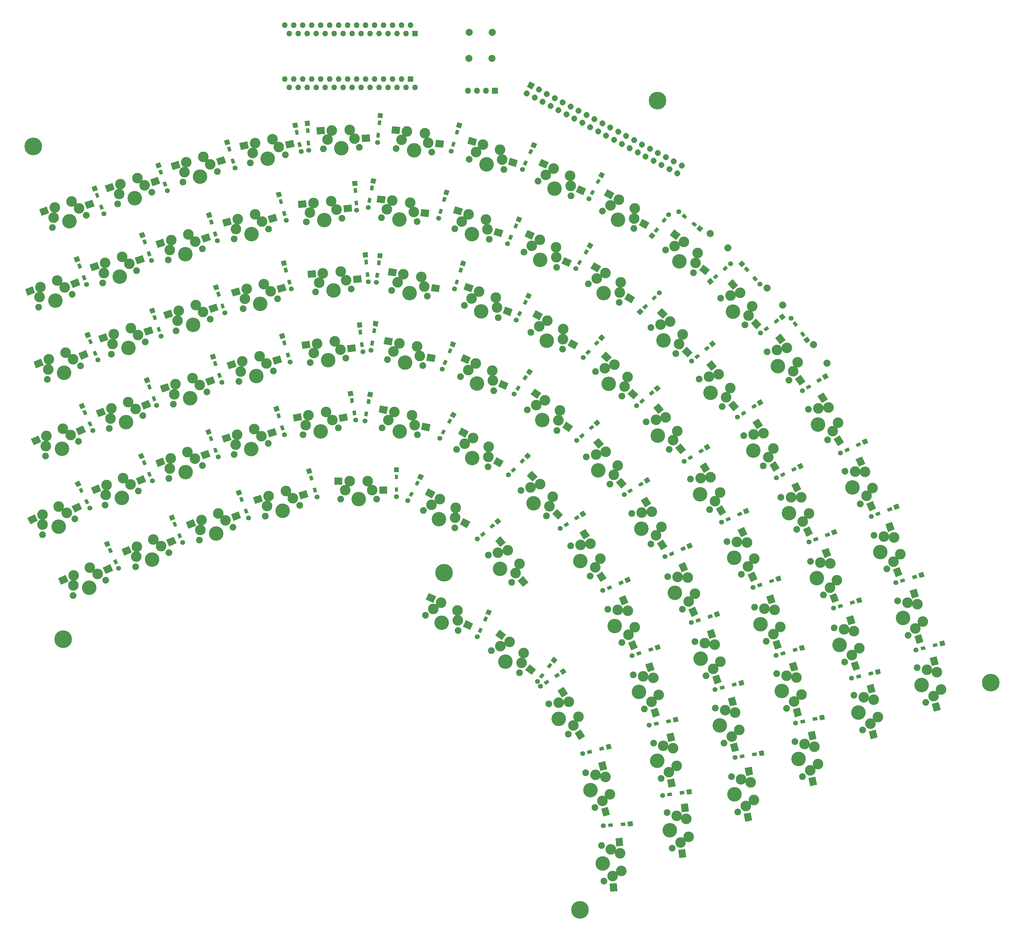
<source format=gts>
G04 #@! TF.GenerationSoftware,KiCad,Pcbnew,(5.1.5)-3*
G04 #@! TF.CreationDate,2020-02-25T16:26:48+09:00*
G04 #@! TF.ProjectId,fan,66616e2e-6b69-4636-9164-5f7063625858,rev?*
G04 #@! TF.SameCoordinates,Original*
G04 #@! TF.FileFunction,Soldermask,Top*
G04 #@! TF.FilePolarity,Negative*
%FSLAX46Y46*%
G04 Gerber Fmt 4.6, Leading zero omitted, Abs format (unit mm)*
G04 Created by KiCad (PCBNEW (5.1.5)-3) date 2020-02-25 16:26:48*
%MOMM*%
%LPD*%
G04 APERTURE LIST*
%ADD10C,1.900000*%
%ADD11C,4.100000*%
%ADD12C,3.000000*%
%ADD13C,0.100000*%
%ADD14O,1.600000X1.600000*%
%ADD15R,1.600000X1.600000*%
%ADD16C,1.397000*%
%ADD17R,1.397000X1.397000*%
%ADD18R,0.950000X1.300000*%
%ADD19O,1.700000X1.700000*%
%ADD20R,1.700000X1.700000*%
%ADD21C,5.000000*%
%ADD22C,2.000000*%
%ADD23R,2.300000X2.000000*%
%ADD24C,1.700000*%
G04 APERTURE END LIST*
D10*
X280275637Y-340878375D03*
X280984363Y-351013625D03*
D11*
X280630000Y-345946000D03*
D12*
X285874807Y-348125450D03*
X283429586Y-349569538D03*
X285520444Y-343057824D03*
X282898041Y-341968100D03*
D13*
G36*
X286417700Y-340980174D02*
G01*
X284422572Y-341119687D01*
X284262132Y-338825290D01*
X286257260Y-338685777D01*
X286417700Y-340980174D01*
G37*
G36*
X284769795Y-353826419D02*
G01*
X282774667Y-353965932D01*
X282614227Y-351671535D01*
X284609355Y-351532022D01*
X284769795Y-353826419D01*
G37*
D10*
X276568590Y-182101607D03*
X285277410Y-187334393D03*
D11*
X280923000Y-184718000D03*
D12*
X285716598Y-181671787D03*
X285497005Y-184503089D03*
X281362188Y-179055393D03*
X278965389Y-180578500D03*
D13*
G36*
X280174921Y-177128712D02*
G01*
X279144845Y-178843047D01*
X277173361Y-177658460D01*
X278203437Y-175944125D01*
X280174921Y-177128712D01*
G37*
G36*
X289752749Y-185846901D02*
G01*
X288722673Y-187561236D01*
X286751189Y-186376649D01*
X287781265Y-184662314D01*
X289752749Y-185846901D01*
G37*
D10*
X122195926Y-252980925D03*
X131327674Y-248527075D03*
D11*
X126761800Y-250754000D03*
D12*
X126817811Y-245074664D03*
X129072742Y-246800868D03*
X122251938Y-247301589D03*
X122223932Y-250141257D03*
D13*
G36*
X119989456Y-247247969D02*
G01*
X120866198Y-249045557D01*
X118798972Y-250053811D01*
X117922230Y-248256223D01*
X119989456Y-247247969D01*
G37*
G36*
X132517603Y-243963592D02*
G01*
X133394345Y-245761180D01*
X131327119Y-246769434D01*
X130450377Y-244971846D01*
X132517603Y-243963592D01*
G37*
D10*
X222198829Y-143768595D03*
X232303171Y-144830605D03*
D11*
X227251000Y-144299600D03*
D12*
X230308090Y-139512931D03*
X231305631Y-142171767D03*
X225255919Y-138981926D03*
X223727374Y-141375261D03*
D13*
G36*
X223365640Y-137737522D02*
G01*
X223156583Y-139726566D01*
X220869182Y-139486150D01*
X221078239Y-137497106D01*
X223365640Y-137737522D01*
G37*
G36*
X235730566Y-141591119D02*
G01*
X235521509Y-143580163D01*
X233234108Y-143339747D01*
X233443165Y-141350703D01*
X235730566Y-141591119D01*
G37*
D14*
X191973000Y-126489100D03*
X191973000Y-111249100D03*
X227533000Y-126489100D03*
X194513000Y-111249100D03*
X224993000Y-126489100D03*
X197053000Y-111249100D03*
X222453000Y-126489100D03*
X199593000Y-111249100D03*
X219913000Y-126489100D03*
X202133000Y-111249100D03*
X217373000Y-126489100D03*
X204673000Y-111249100D03*
X214833000Y-126489100D03*
X207213000Y-111249100D03*
X212293000Y-126489100D03*
X209753000Y-111249100D03*
X209753000Y-126489100D03*
X212293000Y-111249100D03*
X207213000Y-126489100D03*
X214833000Y-111249100D03*
X204673000Y-126489100D03*
X217373000Y-111249100D03*
X202133000Y-126489100D03*
X219913000Y-111249100D03*
X199593000Y-126489100D03*
X222453000Y-111249100D03*
X197053000Y-126489100D03*
X224993000Y-111249100D03*
X194513000Y-126489100D03*
D15*
X227533000Y-111249100D03*
D16*
X293782258Y-306893144D03*
D13*
G36*
X301773752Y-304480394D02*
G01*
X302064204Y-305846866D01*
X300697732Y-306137318D01*
X300407280Y-304770846D01*
X301773752Y-304480394D01*
G37*
G36*
X299782250Y-305132194D02*
G01*
X299979766Y-306061435D01*
X298708174Y-306331720D01*
X298510658Y-305402479D01*
X299782250Y-305132194D01*
G37*
G36*
X296309826Y-305870280D02*
G01*
X296507342Y-306799521D01*
X295235750Y-307069806D01*
X295038234Y-306140565D01*
X296309826Y-305870280D01*
G37*
D16*
X351023173Y-293599722D03*
D13*
G36*
X358925596Y-290909544D02*
G01*
X359263561Y-292265047D01*
X357908058Y-292603012D01*
X357570093Y-291247509D01*
X358925596Y-290909544D01*
G37*
G36*
X356958054Y-291630449D02*
G01*
X357187880Y-292552230D01*
X355926496Y-292866729D01*
X355696670Y-291944948D01*
X356958054Y-291630449D01*
G37*
G36*
X353513504Y-292489271D02*
G01*
X353743330Y-293411052D01*
X352481946Y-293725551D01*
X352252120Y-292803770D01*
X353513504Y-292489271D01*
G37*
D16*
X335193258Y-306270144D03*
D13*
G36*
X343184752Y-303857394D02*
G01*
X343475204Y-305223866D01*
X342108732Y-305514318D01*
X341818280Y-304147846D01*
X343184752Y-303857394D01*
G37*
G36*
X341193250Y-304509194D02*
G01*
X341390766Y-305438435D01*
X340119174Y-305708720D01*
X339921658Y-304779479D01*
X341193250Y-304509194D01*
G37*
G36*
X337720826Y-305247280D02*
G01*
X337918342Y-306176521D01*
X336646750Y-306446806D01*
X336449234Y-305517565D01*
X337720826Y-305247280D01*
G37*
D16*
X297526079Y-326768250D03*
D13*
G36*
X305666411Y-324918835D02*
G01*
X305860836Y-326302240D01*
X304477431Y-326496665D01*
X304283006Y-325113260D01*
X305666411Y-324918835D01*
G37*
G36*
X303634293Y-325430128D02*
G01*
X303766507Y-326370883D01*
X302479159Y-326551808D01*
X302346945Y-325611053D01*
X303634293Y-325430128D01*
G37*
G36*
X300118841Y-325924192D02*
G01*
X300251055Y-326864947D01*
X298963707Y-327045872D01*
X298831493Y-326105117D01*
X300118841Y-325924192D01*
G37*
D16*
X216589750Y-181650921D03*
D13*
G36*
X217055760Y-173316164D02*
G01*
X218439165Y-173510589D01*
X218244740Y-174893994D01*
X216861335Y-174699569D01*
X217055760Y-173316164D01*
G37*
G36*
X216987117Y-175410493D02*
G01*
X217927872Y-175542707D01*
X217746947Y-176830055D01*
X216806192Y-176697841D01*
X216987117Y-175410493D01*
G37*
G36*
X216493053Y-178925945D02*
G01*
X217433808Y-179058159D01*
X217252883Y-180345507D01*
X216312128Y-180213293D01*
X216493053Y-178925945D01*
G37*
D16*
X234206064Y-163521521D03*
D13*
G36*
X235970179Y-155362278D02*
G01*
X237306137Y-155770722D01*
X236897693Y-157106680D01*
X235561735Y-156698236D01*
X235970179Y-155362278D01*
G37*
G36*
X235574757Y-157420084D02*
G01*
X236483246Y-157697837D01*
X236103163Y-158941034D01*
X235194674Y-158663281D01*
X235574757Y-157420084D01*
G37*
G36*
X234536837Y-160814966D02*
G01*
X235445326Y-161092719D01*
X235065243Y-162335916D01*
X234156754Y-162058163D01*
X234536837Y-160814966D01*
G37*
D16*
X216921747Y-142067128D03*
D13*
G36*
X217096593Y-133721185D02*
G01*
X218485940Y-133867212D01*
X218339913Y-135256559D01*
X216950566Y-135110532D01*
X217096593Y-133721185D01*
G37*
G36*
X217101084Y-135816634D02*
G01*
X218045879Y-135915936D01*
X217909992Y-137208814D01*
X216965197Y-137109512D01*
X217101084Y-135816634D01*
G37*
G36*
X216730008Y-139347186D02*
G01*
X217674803Y-139446488D01*
X217538916Y-140739366D01*
X216594121Y-140640064D01*
X216730008Y-139347186D01*
G37*
D16*
X280815281Y-335300772D03*
D13*
G36*
X289064793Y-334023705D02*
G01*
X289162242Y-335417302D01*
X287768645Y-335514751D01*
X287671196Y-334121154D01*
X289064793Y-334023705D01*
G37*
G36*
X287001958Y-334391997D02*
G01*
X287068227Y-335339683D01*
X285771394Y-335430367D01*
X285705125Y-334482681D01*
X287001958Y-334391997D01*
G37*
G36*
X283460606Y-334639633D02*
G01*
X283526875Y-335587319D01*
X282230042Y-335678003D01*
X282163773Y-334730317D01*
X283460606Y-334639633D01*
G37*
D16*
X262156330Y-294498321D03*
D13*
G36*
X266727284Y-287513214D02*
G01*
X267828135Y-288373293D01*
X266968056Y-289474144D01*
X265867205Y-288614065D01*
X266727284Y-287513214D01*
G37*
G36*
X265620674Y-289292635D02*
G01*
X266369284Y-289877513D01*
X265568924Y-290901927D01*
X264820314Y-290317049D01*
X265620674Y-289292635D01*
G37*
G36*
X263435076Y-292090073D02*
G01*
X264183686Y-292674951D01*
X263383326Y-293699365D01*
X262634716Y-293114487D01*
X263435076Y-292090073D01*
G37*
D16*
X253957923Y-236106077D03*
D13*
G36*
X259346077Y-229730095D02*
G01*
X260333905Y-230717923D01*
X259346077Y-231705751D01*
X258358249Y-230717923D01*
X259346077Y-229730095D01*
G37*
G36*
X258030859Y-231361390D02*
G01*
X258702610Y-232033141D01*
X257783371Y-232952380D01*
X257111620Y-232280629D01*
X258030859Y-231361390D01*
G37*
G36*
X255520629Y-233871620D02*
G01*
X256192380Y-234543371D01*
X255273141Y-235462610D01*
X254601390Y-234790859D01*
X255520629Y-233871620D01*
G37*
D16*
X255534674Y-213198969D03*
D13*
G36*
X259733791Y-205984210D02*
G01*
X260878147Y-206785496D01*
X260076861Y-207929852D01*
X258932505Y-207128566D01*
X259733791Y-205984210D01*
G37*
G36*
X258721825Y-207819107D02*
G01*
X259500020Y-208364005D01*
X258754371Y-209428903D01*
X257976176Y-208884005D01*
X258721825Y-207819107D01*
G37*
G36*
X256685629Y-210727097D02*
G01*
X257463824Y-211271995D01*
X256718175Y-212336893D01*
X255939980Y-211791995D01*
X256685629Y-210727097D01*
G37*
D16*
X275121586Y-202864458D03*
D13*
G36*
X280283939Y-196304316D02*
G01*
X281305640Y-197257067D01*
X280352889Y-198278768D01*
X279331188Y-197326017D01*
X280283939Y-196304316D01*
G37*
G36*
X279026453Y-197980518D02*
G01*
X279721239Y-198628416D01*
X278834641Y-199579176D01*
X278139855Y-198931278D01*
X279026453Y-197980518D01*
G37*
G36*
X276605359Y-200576824D02*
G01*
X277300145Y-201224722D01*
X276413547Y-202175482D01*
X275718761Y-201527584D01*
X276605359Y-200576824D01*
G37*
D16*
X253709824Y-170731033D03*
D13*
G36*
X256592319Y-162896712D02*
G01*
X257858431Y-163487110D01*
X257268033Y-164753222D01*
X256001921Y-164162824D01*
X256592319Y-162896712D01*
G37*
G36*
X255914353Y-164879460D02*
G01*
X256775345Y-165280948D01*
X256225941Y-166459148D01*
X255364949Y-166057660D01*
X255914353Y-164879460D01*
G37*
G36*
X254414059Y-168096852D02*
G01*
X255275051Y-168498340D01*
X254725647Y-169676540D01*
X253864655Y-169275052D01*
X254414059Y-168096852D01*
G37*
D16*
X213393018Y-220818000D03*
D13*
G36*
X214294595Y-212519053D02*
G01*
X215665929Y-212785613D01*
X215399369Y-214156947D01*
X214028035Y-213890387D01*
X214294595Y-212519053D01*
G37*
G36*
X214116439Y-214606920D02*
G01*
X215048985Y-214788189D01*
X214800933Y-216064304D01*
X213868387Y-215883035D01*
X214116439Y-214606920D01*
G37*
G36*
X213439067Y-218091696D02*
G01*
X214371613Y-218272965D01*
X214123561Y-219549080D01*
X213191015Y-219367811D01*
X213439067Y-218091696D01*
G37*
D16*
X195378064Y-144660850D03*
D13*
G36*
X192826210Y-136712681D02*
G01*
X194187405Y-136398424D01*
X194501662Y-137759619D01*
X193140467Y-138073876D01*
X192826210Y-136712681D01*
G37*
G36*
X193512668Y-138692504D02*
G01*
X194438320Y-138478801D01*
X194730756Y-139745482D01*
X193805104Y-139959185D01*
X193512668Y-138692504D01*
G37*
G36*
X194311244Y-142151518D02*
G01*
X195236896Y-141937815D01*
X195529332Y-143204496D01*
X194603680Y-143418199D01*
X194311244Y-142151518D01*
G37*
D16*
X211065772Y-161250719D03*
D13*
G36*
X209788705Y-153001207D02*
G01*
X211182302Y-152903758D01*
X211279751Y-154297355D01*
X209886154Y-154394804D01*
X209788705Y-153001207D01*
G37*
G36*
X210156997Y-155064042D02*
G01*
X211104683Y-154997773D01*
X211195367Y-156294606D01*
X210247681Y-156360875D01*
X210156997Y-155064042D01*
G37*
G36*
X210404633Y-158605394D02*
G01*
X211352319Y-158539125D01*
X211443003Y-159835958D01*
X210495317Y-159902227D01*
X210404633Y-158605394D01*
G37*
D16*
X299265670Y-162475679D03*
D13*
G36*
X294694716Y-169460786D02*
G01*
X293593865Y-168600707D01*
X294453944Y-167499856D01*
X295554795Y-168359935D01*
X294694716Y-169460786D01*
G37*
G36*
X295801326Y-167681365D02*
G01*
X295052716Y-167096487D01*
X295853076Y-166072073D01*
X296601686Y-166656951D01*
X295801326Y-167681365D01*
G37*
G36*
X297986924Y-164883927D02*
G01*
X297238314Y-164299049D01*
X298038674Y-163274635D01*
X298787284Y-163859513D01*
X297986924Y-164883927D01*
G37*
D16*
X245145824Y-281889033D03*
D13*
G36*
X248028319Y-274054712D02*
G01*
X249294431Y-274645110D01*
X248704033Y-275911222D01*
X247437921Y-275320824D01*
X248028319Y-274054712D01*
G37*
G36*
X247350353Y-276037460D02*
G01*
X248211345Y-276438948D01*
X247661941Y-277617148D01*
X246800949Y-277215660D01*
X247350353Y-276037460D01*
G37*
G36*
X245850059Y-279254852D02*
G01*
X246711051Y-279656340D01*
X246161647Y-280834540D01*
X245300655Y-280433052D01*
X245850059Y-279254852D01*
G37*
D16*
X225530313Y-243378030D03*
D13*
G36*
X228818874Y-235705305D02*
G01*
X230052352Y-236361157D01*
X229396500Y-237594635D01*
X228163022Y-236938783D01*
X228818874Y-235705305D01*
G37*
G36*
X228038068Y-237649853D02*
G01*
X228876869Y-238095851D01*
X228266556Y-239243683D01*
X227427755Y-238797685D01*
X228038068Y-237649853D01*
G37*
G36*
X226371444Y-240784317D02*
G01*
X227210245Y-241230315D01*
X226599932Y-242378147D01*
X225761131Y-241932149D01*
X226371444Y-240784317D01*
G37*
D16*
X257909824Y-149731033D03*
D13*
G36*
X260792319Y-141896712D02*
G01*
X262058431Y-142487110D01*
X261468033Y-143753222D01*
X260201921Y-143162824D01*
X260792319Y-141896712D01*
G37*
G36*
X260114353Y-143879460D02*
G01*
X260975345Y-144280948D01*
X260425941Y-145459148D01*
X259564949Y-145057660D01*
X260114353Y-143879460D01*
G37*
G36*
X258614059Y-147096852D02*
G01*
X259475051Y-147498340D01*
X258925647Y-148676540D01*
X258064655Y-148275052D01*
X258614059Y-147096852D01*
G37*
D16*
X237806064Y-144521521D03*
D13*
G36*
X239570179Y-136362278D02*
G01*
X240906137Y-136770722D01*
X240497693Y-138106680D01*
X239161735Y-137698236D01*
X239570179Y-136362278D01*
G37*
G36*
X239174757Y-138420084D02*
G01*
X240083246Y-138697837D01*
X239703163Y-139941034D01*
X238794674Y-139663281D01*
X239174757Y-138420084D01*
G37*
G36*
X238136837Y-141814966D02*
G01*
X239045326Y-142092719D01*
X238665243Y-143335916D01*
X237756754Y-143058163D01*
X238136837Y-141814966D01*
G37*
D16*
X191163178Y-164140407D03*
D13*
G36*
X188198848Y-156336684D02*
G01*
X189541731Y-155951619D01*
X189926796Y-157294502D01*
X188583913Y-157679567D01*
X188198848Y-156336684D01*
G37*
G36*
X188987980Y-158277868D02*
G01*
X189901179Y-158016012D01*
X190259508Y-159265652D01*
X189346309Y-159527508D01*
X188987980Y-158277868D01*
G37*
G36*
X189966492Y-161690348D02*
G01*
X190879691Y-161428492D01*
X191238020Y-162678132D01*
X190324821Y-162939988D01*
X189966492Y-161690348D01*
G37*
D16*
X222258000Y-242265000D03*
D17*
X222258000Y-234645000D03*
D18*
X222258000Y-236680000D03*
X222258000Y-240230000D03*
D16*
X296660685Y-184631352D03*
D13*
G36*
X291162075Y-190912326D02*
G01*
X290191637Y-189907408D01*
X291196555Y-188936970D01*
X292166993Y-189941888D01*
X291162075Y-190912326D01*
G37*
G36*
X292505564Y-189304233D02*
G01*
X291845638Y-188620861D01*
X292780780Y-187717805D01*
X293440706Y-188401177D01*
X292505564Y-189304233D01*
G37*
G36*
X295059220Y-186838195D02*
G01*
X294399294Y-186154823D01*
X295334436Y-185251767D01*
X295994362Y-185935139D01*
X295059220Y-186838195D01*
G37*
D16*
X273001008Y-177759063D03*
D13*
G36*
X276816779Y-170334427D02*
G01*
X278001502Y-171074724D01*
X277261205Y-172259447D01*
X276076482Y-171519150D01*
X276816779Y-170334427D01*
G37*
G36*
X275902232Y-172219772D02*
G01*
X276707877Y-172723195D01*
X276018982Y-173825658D01*
X275213337Y-173322235D01*
X275902232Y-172219772D01*
G37*
G36*
X274021018Y-175230342D02*
G01*
X274826663Y-175733765D01*
X274137768Y-176836228D01*
X273332123Y-176332805D01*
X274021018Y-175230342D01*
G37*
D16*
X176666936Y-149310821D03*
D13*
G36*
X173566863Y-141560022D02*
G01*
X174902821Y-141151578D01*
X175311265Y-142487536D01*
X173975307Y-142895980D01*
X173566863Y-141560022D01*
G37*
G36*
X174389754Y-143487137D02*
G01*
X175298243Y-143209384D01*
X175678326Y-144452581D01*
X174769837Y-144730334D01*
X174389754Y-143487137D01*
G37*
G36*
X175427674Y-146882019D02*
G01*
X176336163Y-146604266D01*
X176716246Y-147847463D01*
X175807757Y-148125216D01*
X175427674Y-146882019D01*
G37*
D16*
X192570178Y-183540407D03*
D13*
G36*
X189605848Y-175736684D02*
G01*
X190948731Y-175351619D01*
X191333796Y-176694502D01*
X189990913Y-177079567D01*
X189605848Y-175736684D01*
G37*
G36*
X190394980Y-177677868D02*
G01*
X191308179Y-177416012D01*
X191666508Y-178665652D01*
X190753309Y-178927508D01*
X190394980Y-177677868D01*
G37*
G36*
X191373492Y-181090348D02*
G01*
X192286691Y-180828492D01*
X192645020Y-182078132D01*
X191731821Y-182339988D01*
X191373492Y-181090348D01*
G37*
D16*
X256190296Y-192272735D03*
D13*
G36*
X259344448Y-184543785D02*
G01*
X260589184Y-185178009D01*
X259954960Y-186422745D01*
X258710224Y-185788521D01*
X259344448Y-184543785D01*
G37*
G36*
X258597699Y-186501663D02*
G01*
X259444155Y-186932954D01*
X258853967Y-188091263D01*
X258007511Y-187659972D01*
X258597699Y-186501663D01*
G37*
G36*
X256986033Y-189664737D02*
G01*
X257832489Y-190096028D01*
X257242301Y-191254337D01*
X256395845Y-190823046D01*
X256986033Y-189664737D01*
G37*
D16*
X238679585Y-183480426D03*
D13*
G36*
X240727380Y-175387720D02*
G01*
X242048269Y-175842539D01*
X241593450Y-177163428D01*
X240272561Y-176708609D01*
X240727380Y-175387720D01*
G37*
G36*
X240260381Y-177430473D02*
G01*
X241158624Y-177739763D01*
X240735385Y-178968937D01*
X239837142Y-178659647D01*
X240260381Y-177430473D01*
G37*
G36*
X239104615Y-180787063D02*
G01*
X240002858Y-181096353D01*
X239579619Y-182325527D01*
X238681376Y-182016237D01*
X239104615Y-180787063D01*
G37*
D16*
X214318253Y-181467128D03*
D13*
G36*
X212754060Y-173267212D02*
G01*
X214143407Y-173121185D01*
X214289434Y-174510532D01*
X212900087Y-174656559D01*
X212754060Y-173267212D01*
G37*
G36*
X213194121Y-175315936D02*
G01*
X214138916Y-175216634D01*
X214274803Y-176509512D01*
X213330008Y-176608814D01*
X213194121Y-175315936D01*
G37*
G36*
X213565197Y-178846488D02*
G01*
X214509992Y-178747186D01*
X214645879Y-180040064D01*
X213701084Y-180139366D01*
X213565197Y-178846488D01*
G37*
D16*
X212784322Y-201259601D03*
D13*
G36*
X211077259Y-193088231D02*
G01*
X212463846Y-192917980D01*
X212634097Y-194304567D01*
X211247510Y-194474818D01*
X211077259Y-193088231D01*
G37*
G36*
X211553008Y-195128964D02*
G01*
X212495926Y-195013188D01*
X212654356Y-196303498D01*
X211711438Y-196419274D01*
X211553008Y-195128964D01*
G37*
G36*
X211985644Y-198652502D02*
G01*
X212928562Y-198536726D01*
X213086992Y-199827036D01*
X212144074Y-199942812D01*
X211985644Y-198652502D01*
G37*
D16*
X210785982Y-220560000D03*
D13*
G36*
X208513071Y-212527613D02*
G01*
X209884405Y-212261053D01*
X210150965Y-213632387D01*
X208779631Y-213898947D01*
X208513071Y-212527613D01*
G37*
G36*
X209130015Y-214530189D02*
G01*
X210062561Y-214348920D01*
X210310613Y-215625035D01*
X209378067Y-215806304D01*
X209130015Y-214530189D01*
G37*
G36*
X209807387Y-218014965D02*
G01*
X210739933Y-217833696D01*
X210987985Y-219109811D01*
X210055439Y-219291080D01*
X209807387Y-218014965D01*
G37*
D16*
X197519400Y-144282779D03*
D13*
G36*
X196386501Y-136012235D02*
G01*
X197781586Y-135939122D01*
X197854699Y-137334207D01*
X196459614Y-137407320D01*
X196386501Y-136012235D01*
G37*
G36*
X196718737Y-138081183D02*
G01*
X197667435Y-138031464D01*
X197735471Y-139329683D01*
X196786773Y-139379402D01*
X196718737Y-138081183D01*
G37*
G36*
X196904529Y-141626317D02*
G01*
X197853227Y-141576598D01*
X197921263Y-142874817D01*
X196972565Y-142924536D01*
X196904529Y-141626317D01*
G37*
D16*
X329657593Y-287128178D03*
D13*
G36*
X337461316Y-284163848D02*
G01*
X337846381Y-285506731D01*
X336503498Y-285891796D01*
X336118433Y-284548913D01*
X337461316Y-284163848D01*
G37*
G36*
X335520132Y-284952980D02*
G01*
X335781988Y-285866179D01*
X334532348Y-286224508D01*
X334270492Y-285311309D01*
X335520132Y-284952980D01*
G37*
G36*
X332107652Y-285931492D02*
G01*
X332369508Y-286844691D01*
X331119868Y-287203020D01*
X330858012Y-286289821D01*
X332107652Y-285931492D01*
G37*
D16*
X312411173Y-296752722D03*
D13*
G36*
X320313596Y-294062544D02*
G01*
X320651561Y-295418047D01*
X319296058Y-295756012D01*
X318958093Y-294400509D01*
X320313596Y-294062544D01*
G37*
G36*
X318346054Y-294783449D02*
G01*
X318575880Y-295705230D01*
X317314496Y-296019729D01*
X317084670Y-295097948D01*
X318346054Y-294783449D01*
G37*
G36*
X314901504Y-295642271D02*
G01*
X315131330Y-296564052D01*
X313869946Y-296878551D01*
X313640120Y-295956770D01*
X314901504Y-295642271D01*
G37*
D16*
X274932823Y-314935101D03*
D13*
G36*
X282787091Y-312107415D02*
G01*
X283148661Y-313456813D01*
X281799263Y-313818383D01*
X281437693Y-312468985D01*
X282787091Y-312107415D01*
G37*
G36*
X280832431Y-312862549D02*
G01*
X281078309Y-313780178D01*
X279822605Y-314116643D01*
X279576727Y-313199014D01*
X280832431Y-312862549D01*
G37*
G36*
X277403395Y-313781357D02*
G01*
X277649273Y-314698986D01*
X276393569Y-315035451D01*
X276147691Y-314117822D01*
X277403395Y-313781357D01*
G37*
D16*
X316795444Y-176378415D03*
D13*
G36*
X310975649Y-182363007D02*
G01*
X310059134Y-181308678D01*
X311113463Y-180392163D01*
X312029978Y-181446492D01*
X310975649Y-182363007D01*
G37*
G36*
X312401457Y-180827430D02*
G01*
X311778201Y-180110456D01*
X312759323Y-179257580D01*
X313382579Y-179974554D01*
X312401457Y-180827430D01*
G37*
G36*
X315080677Y-178498420D02*
G01*
X314457421Y-177781446D01*
X315438543Y-176928570D01*
X316061799Y-177645544D01*
X315080677Y-178498420D01*
G37*
D16*
X234533000Y-225736557D03*
D13*
G36*
X238087331Y-218183274D02*
G01*
X239297169Y-218881774D01*
X238598669Y-220091612D01*
X237388831Y-219393112D01*
X238087331Y-218183274D01*
G37*
G36*
X237239138Y-220099388D02*
G01*
X238061862Y-220574388D01*
X237411862Y-221700222D01*
X236589138Y-221225222D01*
X237239138Y-220099388D01*
G37*
G36*
X235464138Y-223173778D02*
G01*
X236286862Y-223648778D01*
X235636862Y-224774612D01*
X234814138Y-224299612D01*
X235464138Y-223173778D01*
G37*
D16*
X215058400Y-200830118D03*
D13*
G36*
X215815005Y-192516701D02*
G01*
X217190781Y-192759287D01*
X216948195Y-194135063D01*
X215572419Y-193892477D01*
X215815005Y-192516701D01*
G37*
G36*
X215673314Y-194607358D02*
G01*
X216608881Y-194772324D01*
X216383138Y-196052574D01*
X215447571Y-195887608D01*
X215673314Y-194607358D01*
G37*
G36*
X215056862Y-198103426D02*
G01*
X215992429Y-198268392D01*
X215766686Y-199548642D01*
X214831119Y-199383676D01*
X215056862Y-198103426D01*
G37*
D16*
X276731313Y-158042030D03*
D13*
G36*
X280019874Y-150369305D02*
G01*
X281253352Y-151025157D01*
X280597500Y-152258635D01*
X279364022Y-151602783D01*
X280019874Y-150369305D01*
G37*
G36*
X279239068Y-152313853D02*
G01*
X280077869Y-152759851D01*
X279467556Y-153907683D01*
X278628755Y-153461685D01*
X279239068Y-152313853D01*
G37*
G36*
X277572444Y-155448317D02*
G01*
X278411245Y-155894315D01*
X277800932Y-157042147D01*
X276962131Y-156596149D01*
X277572444Y-155448317D01*
G37*
D16*
X214311704Y-160447612D03*
D13*
G36*
X215213281Y-152148665D02*
G01*
X216584615Y-152415225D01*
X216318055Y-153786559D01*
X214946721Y-153519999D01*
X215213281Y-152148665D01*
G37*
G36*
X215035125Y-154236532D02*
G01*
X215967671Y-154417801D01*
X215719619Y-155693916D01*
X214787073Y-155512647D01*
X215035125Y-154236532D01*
G37*
G36*
X214357753Y-157721308D02*
G01*
X215290299Y-157902577D01*
X215042247Y-159178692D01*
X214109701Y-158997423D01*
X214357753Y-157721308D01*
G37*
D10*
X220971543Y-183933313D03*
X231006457Y-185522687D03*
D11*
X225989000Y-184728000D03*
D12*
X229292415Y-180107887D03*
X230149436Y-182815286D03*
X224274959Y-179313200D03*
X222623251Y-181623256D03*
D13*
G36*
X222452397Y-177971570D02*
G01*
X222139528Y-179946947D01*
X219867845Y-179587148D01*
X220180714Y-177611771D01*
X222452397Y-177971570D01*
G37*
G36*
X234598695Y-182467016D02*
G01*
X234285826Y-184442393D01*
X232014143Y-184082594D01*
X232327012Y-182107217D01*
X234598695Y-182467016D01*
G37*
D10*
X218057829Y-163349395D03*
X228162171Y-164411405D03*
D11*
X223110000Y-163880400D03*
D12*
X226167090Y-159093731D03*
X227164631Y-161752567D03*
X221114919Y-158562726D03*
X219586374Y-160956061D03*
D13*
G36*
X219224640Y-157318322D02*
G01*
X219015583Y-159307366D01*
X216728182Y-159066950D01*
X216937239Y-157077906D01*
X219224640Y-157318322D01*
G37*
G36*
X231589566Y-161171919D02*
G01*
X231380509Y-163160963D01*
X229093108Y-162920547D01*
X229302165Y-160931503D01*
X231589566Y-161171919D01*
G37*
D10*
X238796972Y-166502452D03*
X248513028Y-169472948D03*
D11*
X243655000Y-167987700D03*
D12*
X247569262Y-163872296D03*
X248041146Y-166672621D03*
X242711234Y-162387048D03*
X240754103Y-164444750D03*
D13*
G36*
X241093128Y-160804824D02*
G01*
X240508385Y-162717433D01*
X238308884Y-162044978D01*
X238893627Y-160132369D01*
X241093128Y-160804824D01*
G37*
G36*
X252495574Y-166946959D02*
G01*
X251910831Y-168859568D01*
X249711330Y-168187113D01*
X250296073Y-166274504D01*
X252495574Y-166946959D01*
G37*
D19*
X242526000Y-127444000D03*
X245066000Y-127444000D03*
X247606000Y-127444000D03*
D20*
X250146000Y-127444000D03*
D21*
X128020000Y-282600000D03*
D16*
X235265314Y-206179123D03*
D13*
G36*
X237872639Y-198248979D02*
G01*
X239158584Y-198794830D01*
X238612733Y-200080775D01*
X237326788Y-199534924D01*
X237872639Y-198248979D01*
G37*
G36*
X237264283Y-200254179D02*
G01*
X238138763Y-200625373D01*
X237630813Y-201822029D01*
X236756333Y-201450835D01*
X237264283Y-200254179D01*
G37*
G36*
X235877187Y-203521971D02*
G01*
X236751667Y-203893165D01*
X236243717Y-205089821D01*
X235369237Y-204718627D01*
X235877187Y-203521971D01*
G37*
D21*
X274200000Y-359070000D03*
X119590000Y-143192000D03*
X296120000Y-130238000D03*
X235760000Y-263750000D03*
X390354000Y-294830000D03*
D16*
X318027907Y-315984015D03*
D13*
G36*
X326134724Y-313992815D02*
G01*
X326353263Y-315372616D01*
X324973462Y-315591155D01*
X324754923Y-314211354D01*
X326134724Y-313992815D01*
G37*
G36*
X324111838Y-314539495D02*
G01*
X324260451Y-315477799D01*
X322976456Y-315681163D01*
X322827843Y-314742859D01*
X324111838Y-314539495D01*
G37*
G36*
X320605544Y-315094837D02*
G01*
X320754157Y-316033141D01*
X319470162Y-316236505D01*
X319321549Y-315298201D01*
X320605544Y-315094837D01*
G37*
D10*
X317038867Y-321415177D03*
X318803133Y-331420823D03*
D11*
X317921000Y-326418000D03*
D12*
X323364890Y-328037279D03*
X321084012Y-329729051D03*
X322482757Y-323034456D03*
X319760812Y-322224816D03*
D13*
G36*
X323157924Y-320874398D02*
G01*
X321188309Y-321221694D01*
X320788918Y-318956636D01*
X322758533Y-318609340D01*
X323157924Y-320874398D01*
G37*
G36*
X322861844Y-333822523D02*
G01*
X320892229Y-334169819D01*
X320492838Y-331904761D01*
X322462453Y-331557465D01*
X322861844Y-333822523D01*
G37*
D10*
X338801010Y-217536916D03*
X344184990Y-226153084D03*
D11*
X341493000Y-221845000D03*
D12*
X347147079Y-221307052D03*
X345666035Y-223730068D03*
X344455089Y-216998968D03*
X341628050Y-217267942D03*
D13*
G36*
X344271921Y-214743275D02*
G01*
X342575825Y-215803114D01*
X341357011Y-213852603D01*
X343053107Y-212792764D01*
X344271921Y-214743275D01*
G37*
G36*
X348847854Y-226859481D02*
G01*
X347151758Y-227919320D01*
X345932944Y-225968809D01*
X347629040Y-224908970D01*
X348847854Y-226859481D01*
G37*
D10*
X201662095Y-143852189D03*
X211815905Y-143497611D03*
D11*
X206739000Y-143674900D03*
D12*
X209100163Y-138509350D03*
X210458034Y-141003479D03*
X204023258Y-138686639D03*
X202842676Y-141269414D03*
D13*
G36*
X201978187Y-137717421D02*
G01*
X202047986Y-139716202D01*
X199749387Y-139796471D01*
X199679588Y-137797690D01*
X201978187Y-137717421D01*
G37*
G36*
X214759095Y-139812650D02*
G01*
X214828894Y-141811431D01*
X212530295Y-141891700D01*
X212460496Y-139892919D01*
X214759095Y-139812650D01*
G37*
D10*
X306713194Y-283234633D03*
X309852806Y-292897367D03*
D11*
X308283000Y-288066000D03*
D12*
X313899270Y-288911877D03*
X311876039Y-290904622D03*
X312329464Y-284080510D03*
X309521329Y-283657572D03*
D13*
G36*
X312697438Y-281847509D02*
G01*
X310795325Y-282465543D01*
X310084586Y-280278113D01*
X311986699Y-279660079D01*
X312697438Y-281847509D01*
G37*
G36*
X314206271Y-294710830D02*
G01*
X312304158Y-295328864D01*
X311593419Y-293141434D01*
X313495532Y-292523400D01*
X314206271Y-294710830D01*
G37*
D10*
X260339626Y-195765084D03*
X269310374Y-200534916D03*
D11*
X264825000Y-198150000D03*
D12*
X269452602Y-194857084D03*
X269381489Y-197695999D03*
X264967229Y-192472168D03*
X262653427Y-194118626D03*
D13*
G36*
X263680754Y-190610265D02*
G01*
X262741811Y-192376160D01*
X260711032Y-191296375D01*
X261649975Y-189530480D01*
X263680754Y-190610265D01*
G37*
G36*
X273701731Y-198815241D02*
G01*
X272762788Y-200581136D01*
X270732009Y-199501351D01*
X271670952Y-197735456D01*
X273701731Y-198815241D01*
G37*
D10*
X180967200Y-147821951D03*
X190866800Y-145536449D03*
D11*
X185917000Y-146679200D03*
D12*
X187249149Y-141158024D03*
X189057974Y-143347236D03*
X182299349Y-142300776D03*
X181633274Y-145061364D03*
D13*
G36*
X180106916Y-141739582D02*
G01*
X180556818Y-143688322D01*
X178315766Y-144205710D01*
X177865864Y-142256970D01*
X180106916Y-141739582D01*
G37*
G36*
X193052792Y-141357604D02*
G01*
X193502694Y-143306344D01*
X191261642Y-143823732D01*
X190811740Y-141874992D01*
X193052792Y-141357604D01*
G37*
D10*
X143488866Y-159496086D03*
X153095334Y-156188314D03*
D11*
X148292100Y-157842200D03*
D12*
X149039831Y-152212023D03*
X151067582Y-154200167D03*
X144236597Y-153865909D03*
X143862731Y-156680997D03*
D13*
G36*
X141997513Y-153536961D02*
G01*
X142648650Y-155427998D01*
X140473957Y-156176805D01*
X139822820Y-154285768D01*
X141997513Y-153536961D01*
G37*
G36*
X154832542Y-151803863D02*
G01*
X155483679Y-153694900D01*
X153308986Y-154443707D01*
X152657849Y-152552670D01*
X154832542Y-151803863D01*
G37*
D10*
X351699037Y-298391898D03*
X354156963Y-308250102D03*
D11*
X352928000Y-303321000D03*
D12*
X358471584Y-304556588D03*
X356314275Y-306403345D03*
X357242621Y-299627486D03*
X354470829Y-299009692D03*
D13*
G36*
X357765465Y-297425592D02*
G01*
X355824873Y-297909436D01*
X355268453Y-295677756D01*
X357209045Y-295193912D01*
X357765465Y-297425592D01*
G37*
G36*
X358373322Y-310362830D02*
G01*
X356432730Y-310846674D01*
X355876310Y-308614994D01*
X357816902Y-308131150D01*
X358373322Y-310362830D01*
G37*
D10*
X298865001Y-331570438D03*
X300278999Y-341631562D03*
D11*
X299572000Y-336601000D03*
D12*
X304956061Y-338409282D03*
X302617531Y-340020422D03*
X304249062Y-333378720D03*
X301557031Y-332474579D03*
D13*
G36*
X304999203Y-331243541D02*
G01*
X303018667Y-331521887D01*
X302698569Y-329244271D01*
X304679105Y-328965925D01*
X304999203Y-331243541D01*
G37*
G36*
X304251420Y-344173445D02*
G01*
X302270884Y-344451791D01*
X301950786Y-342174175D01*
X303931322Y-341895829D01*
X304251420Y-344173445D01*
G37*
D10*
X121114511Y-188636509D03*
X130599689Y-184995491D03*
D11*
X125857100Y-186816000D03*
D12*
X126407885Y-181163157D03*
X128503786Y-183079323D03*
X121665297Y-182983666D03*
X121389904Y-185810088D03*
D13*
G36*
X119416098Y-182733062D02*
G01*
X120132833Y-184600223D01*
X117985598Y-185424470D01*
X117268863Y-183557309D01*
X119416098Y-182733062D01*
G37*
G36*
X132182824Y-180553083D02*
G01*
X132899559Y-182420244D01*
X130752324Y-183244491D01*
X130035589Y-181377330D01*
X132182824Y-180553083D01*
G37*
D22*
X249371000Y-110930900D03*
X242871000Y-110930900D03*
D10*
X123570206Y-209090001D03*
X132990394Y-205283999D03*
D11*
X128280300Y-207187000D03*
D12*
X128732345Y-201525405D03*
X130861369Y-203404701D03*
X124022252Y-203428407D03*
X123796229Y-206259204D03*
D13*
G36*
X121769021Y-203217095D02*
G01*
X122518234Y-205071462D01*
X120385711Y-205933057D01*
X119636498Y-204078690D01*
X121769021Y-203217095D01*
G37*
G36*
X134495757Y-200814639D02*
G01*
X135244970Y-202669006D01*
X133112447Y-203530601D01*
X132363234Y-201676234D01*
X134495757Y-200814639D01*
G37*
D10*
X257507898Y-240500898D03*
X264692102Y-247685102D03*
D11*
X261100000Y-244093000D03*
D12*
X266488154Y-242296949D03*
X265590129Y-244991025D03*
X262896051Y-238704846D03*
X260201974Y-239602872D03*
D13*
G36*
X262210158Y-236548171D02*
G01*
X260795944Y-237962385D01*
X259169598Y-236336039D01*
X260583812Y-234921825D01*
X262210158Y-236548171D01*
G37*
G36*
X269394363Y-247324478D02*
G01*
X267980149Y-248738692D01*
X266353803Y-247112346D01*
X267768017Y-245698132D01*
X269394363Y-247324478D01*
G37*
D16*
X325069388Y-182109382D03*
D13*
G36*
X318984138Y-176394919D02*
G01*
X320022311Y-175460144D01*
X320957086Y-176498317D01*
X319918913Y-177433092D01*
X318984138Y-176394919D01*
G37*
G36*
X320544364Y-177793711D02*
G01*
X321250352Y-177158037D01*
X322120222Y-178124125D01*
X321414234Y-178759799D01*
X320544364Y-177793711D01*
G37*
G36*
X322919778Y-180431875D02*
G01*
X323625766Y-179796201D01*
X324495636Y-180762289D01*
X323789648Y-181397963D01*
X322919778Y-180431875D01*
G37*
D16*
X333880538Y-191795645D03*
D13*
G36*
X339335128Y-198114885D02*
G01*
X338204932Y-198936021D01*
X337383796Y-197805825D01*
X338513992Y-196984689D01*
X339335128Y-198114885D01*
G37*
G36*
X337929662Y-196560668D02*
G01*
X337161096Y-197119064D01*
X336396976Y-196067342D01*
X337165542Y-195508946D01*
X337929662Y-196560668D01*
G37*
G36*
X335843024Y-193688658D02*
G01*
X335074458Y-194247054D01*
X334310338Y-193195332D01*
X335078904Y-192636936D01*
X335843024Y-193688658D01*
G37*
D16*
X305696475Y-277855355D03*
D13*
G36*
X313391990Y-274620484D02*
G01*
X313823686Y-275949110D01*
X312495060Y-276380806D01*
X312063364Y-275052180D01*
X313391990Y-274620484D01*
G37*
G36*
X311479529Y-275476882D02*
G01*
X311773095Y-276380386D01*
X310536721Y-276782108D01*
X310243155Y-275878604D01*
X311479529Y-275476882D01*
G37*
G36*
X308103279Y-276573892D02*
G01*
X308396845Y-277477396D01*
X307160471Y-277879118D01*
X306866905Y-276975614D01*
X308103279Y-276573892D01*
G37*
D16*
X369223173Y-285599722D03*
D13*
G36*
X377125596Y-282909544D02*
G01*
X377463561Y-284265047D01*
X376108058Y-284603012D01*
X375770093Y-283247509D01*
X377125596Y-282909544D01*
G37*
G36*
X375158054Y-283630449D02*
G01*
X375387880Y-284552230D01*
X374126496Y-284866729D01*
X373896670Y-283944948D01*
X375158054Y-283630449D01*
G37*
G36*
X371713504Y-284489271D02*
G01*
X371943330Y-285411052D01*
X370681946Y-285725551D01*
X370452120Y-284803770D01*
X371713504Y-284489271D01*
G37*
D10*
X288846010Y-247001916D03*
X294229990Y-255618084D03*
D11*
X291538000Y-251310000D03*
D12*
X297192079Y-250772052D03*
X295711035Y-253195068D03*
X294500089Y-246463968D03*
X291673050Y-246732942D03*
D13*
G36*
X294316921Y-244208275D02*
G01*
X292620825Y-245268114D01*
X291402011Y-243317603D01*
X293098107Y-242257764D01*
X294316921Y-244208275D01*
G37*
G36*
X298892854Y-256324481D02*
G01*
X297196758Y-257384320D01*
X295977944Y-255433809D01*
X297674040Y-254373970D01*
X298892854Y-256324481D01*
G37*
D10*
X298369099Y-172538052D03*
X306264901Y-178931948D03*
D11*
X302317000Y-175735000D03*
D12*
X307487898Y-173385572D03*
X306876401Y-176158759D03*
X303539997Y-170188625D03*
X300954548Y-171363339D03*
D13*
G36*
X302632426Y-168115458D02*
G01*
X301373785Y-169669750D01*
X299586350Y-168222314D01*
X300844991Y-166668022D01*
X302632426Y-168115458D01*
G37*
G36*
X310903706Y-178081778D02*
G01*
X309645065Y-179636070D01*
X307857630Y-178188634D01*
X309116271Y-176634342D01*
X310903706Y-178081778D01*
G37*
D16*
X329695595Y-236948194D03*
D13*
G36*
X336866010Y-232673796D02*
G01*
X337478415Y-233929411D01*
X336222800Y-234541816D01*
X335610395Y-233286201D01*
X336866010Y-232673796D01*
G37*
G36*
X335091349Y-233788023D02*
G01*
X335507801Y-234641877D01*
X334339369Y-235211759D01*
X333922917Y-234357905D01*
X335091349Y-233788023D01*
G37*
G36*
X331900631Y-235344241D02*
G01*
X332317083Y-236198095D01*
X331148651Y-236767977D01*
X330732199Y-235914123D01*
X331900631Y-235344241D01*
G37*
D16*
X302159074Y-161680289D03*
D13*
G36*
X309063343Y-166372455D02*
G01*
X308184182Y-167458128D01*
X307098509Y-166578967D01*
X307977670Y-165493294D01*
X309063343Y-166372455D01*
G37*
G36*
X307303506Y-165234958D02*
G01*
X306705652Y-165973247D01*
X305695362Y-165155130D01*
X306293216Y-164416841D01*
X307303506Y-165234958D01*
G37*
G36*
X304544638Y-163000870D02*
G01*
X303946784Y-163739159D01*
X302936494Y-162921042D01*
X303534348Y-162182753D01*
X304544638Y-163000870D01*
G37*
D22*
X249321000Y-118345900D03*
X242821000Y-118345900D03*
D16*
X303688937Y-232296992D03*
D13*
G36*
X310373276Y-227296498D02*
G01*
X311113573Y-228481221D01*
X309928850Y-229221518D01*
X309188553Y-228036795D01*
X310373276Y-227296498D01*
G37*
G36*
X308724805Y-228590123D02*
G01*
X309228228Y-229395768D01*
X308125765Y-230084663D01*
X307622342Y-229279018D01*
X308724805Y-228590123D01*
G37*
G36*
X305714235Y-230471337D02*
G01*
X306217658Y-231276982D01*
X305115195Y-231965877D01*
X304611772Y-231160232D01*
X305714235Y-230471337D01*
G37*
D16*
X286688937Y-241696992D03*
D13*
G36*
X293373276Y-236696498D02*
G01*
X294113573Y-237881221D01*
X292928850Y-238621518D01*
X292188553Y-237436795D01*
X293373276Y-236696498D01*
G37*
G36*
X291724805Y-237990123D02*
G01*
X292228228Y-238795768D01*
X291125765Y-239484663D01*
X290622342Y-238679018D01*
X291724805Y-237990123D01*
G37*
G36*
X288714235Y-239871337D02*
G01*
X289217658Y-240676982D01*
X288115195Y-241365877D01*
X287611772Y-240560232D01*
X288714235Y-239871337D01*
G37*
D16*
X356563059Y-247843382D03*
D13*
G36*
X364078727Y-244210192D02*
G01*
X364579367Y-245514404D01*
X363275155Y-246015044D01*
X362774515Y-244710832D01*
X364078727Y-244210192D01*
G37*
G36*
X362213708Y-245165507D02*
G01*
X362554157Y-246052409D01*
X361340502Y-246518287D01*
X361000053Y-245631385D01*
X362213708Y-245165507D01*
G37*
G36*
X358899498Y-246437713D02*
G01*
X359239947Y-247324615D01*
X358026292Y-247790493D01*
X357685843Y-246903591D01*
X358899498Y-246437713D01*
G37*
D16*
X345876479Y-273791936D03*
D13*
G36*
X353627278Y-270691863D02*
G01*
X354035722Y-272027821D01*
X352699764Y-272436265D01*
X352291320Y-271100307D01*
X353627278Y-270691863D01*
G37*
G36*
X351700163Y-271514754D02*
G01*
X351977916Y-272423243D01*
X350734719Y-272803326D01*
X350456966Y-271894837D01*
X351700163Y-271514754D01*
G37*
G36*
X348305281Y-272552674D02*
G01*
X348583034Y-273461163D01*
X347339837Y-273841246D01*
X347062084Y-272932757D01*
X348305281Y-272552674D01*
G37*
D16*
X268629665Y-251256075D03*
D13*
G36*
X275225716Y-246139683D02*
G01*
X275986577Y-247311306D01*
X274814954Y-248072167D01*
X274054093Y-246900544D01*
X275225716Y-246139683D01*
G37*
G36*
X273600072Y-247461882D02*
G01*
X274117479Y-248258619D01*
X273027208Y-248966650D01*
X272509801Y-248169913D01*
X273600072Y-247461882D01*
G37*
G36*
X270622792Y-249395350D02*
G01*
X271140199Y-250192087D01*
X270049928Y-250900118D01*
X269532521Y-250103381D01*
X270622792Y-249395350D01*
G37*
D16*
X314239392Y-249427667D03*
D13*
G36*
X321554614Y-245406116D02*
G01*
X322122825Y-246682339D01*
X320846602Y-247250550D01*
X320278391Y-245974327D01*
X321554614Y-245406116D01*
G37*
G36*
X319742148Y-246457729D02*
G01*
X320128547Y-247325597D01*
X318940938Y-247854355D01*
X318554539Y-246986487D01*
X319742148Y-246457729D01*
G37*
G36*
X316499062Y-247901645D02*
G01*
X316885461Y-248769513D01*
X315697852Y-249298271D01*
X315311453Y-248430403D01*
X316499062Y-247901645D01*
G37*
D10*
X258368956Y-173113099D03*
X267577044Y-177406901D03*
D11*
X262973000Y-175260000D03*
D12*
X267421923Y-171729407D03*
X267499483Y-174568153D03*
X262817879Y-169582506D03*
X260593418Y-171347803D03*
D13*
G36*
X261435723Y-167790483D02*
G01*
X260590487Y-169603099D01*
X258505979Y-168631077D01*
X259351215Y-166818461D01*
X261435723Y-167790483D01*
G37*
G36*
X271872382Y-175459757D02*
G01*
X271027146Y-177272373D01*
X268942638Y-176300351D01*
X269787874Y-174487735D01*
X271872382Y-175459757D01*
G37*
D10*
X259324708Y-217689232D03*
X267647292Y-223516768D03*
D11*
X263486000Y-220603000D03*
D12*
X268480414Y-217898592D03*
X268063854Y-220707679D03*
X264319122Y-214984823D03*
X261821915Y-216337028D03*
D13*
G36*
X263269146Y-212980017D02*
G01*
X262121993Y-214618321D01*
X260237944Y-213299095D01*
X261385097Y-211660791D01*
X263269146Y-212980017D01*
G37*
G36*
X272215493Y-222345084D02*
G01*
X271068340Y-223983388D01*
X269184291Y-222664162D01*
X270331444Y-221025858D01*
X272215493Y-222345084D01*
G37*
D16*
X305801371Y-203927021D03*
D13*
G36*
X311724724Y-198044910D02*
G01*
X312622698Y-199115074D01*
X311552534Y-200013048D01*
X310654560Y-198942884D01*
X311724724Y-198044910D01*
G37*
G36*
X310272334Y-199555369D02*
G01*
X310882982Y-200283111D01*
X309887124Y-201118735D01*
X309276476Y-200390993D01*
X310272334Y-199555369D01*
G37*
G36*
X307552876Y-201837265D02*
G01*
X308163524Y-202565007D01*
X307167666Y-203400631D01*
X306557018Y-202672889D01*
X307552876Y-201837265D01*
G37*
D22*
X310994276Y-167832709D03*
X316045724Y-171923291D03*
D16*
X318724665Y-219753075D03*
D13*
G36*
X325320716Y-214636683D02*
G01*
X326081577Y-215808306D01*
X324909954Y-216569167D01*
X324149093Y-215397544D01*
X325320716Y-214636683D01*
G37*
G36*
X323695072Y-215958882D02*
G01*
X324212479Y-216755619D01*
X323122208Y-217463650D01*
X322604801Y-216666913D01*
X323695072Y-215958882D01*
G37*
G36*
X320717792Y-217892350D02*
G01*
X321235199Y-218689087D01*
X320144928Y-219397118D01*
X319627521Y-218600381D01*
X320717792Y-217892350D01*
G37*
D16*
X273244556Y-226377585D03*
D13*
G36*
X279064351Y-220392993D02*
G01*
X279980866Y-221447322D01*
X278926537Y-222363837D01*
X278010022Y-221309508D01*
X279064351Y-220392993D01*
G37*
G36*
X277638543Y-221928570D02*
G01*
X278261799Y-222645544D01*
X277280677Y-223498420D01*
X276657421Y-222781446D01*
X277638543Y-221928570D01*
G37*
G36*
X274959323Y-224257580D02*
G01*
X275582579Y-224974554D01*
X274601457Y-225827430D01*
X273978201Y-225110456D01*
X274959323Y-224257580D01*
G37*
D16*
X290201371Y-216527021D03*
D13*
G36*
X296124724Y-210644910D02*
G01*
X297022698Y-211715074D01*
X295952534Y-212613048D01*
X295054560Y-211542884D01*
X296124724Y-210644910D01*
G37*
G36*
X294672334Y-212155369D02*
G01*
X295282982Y-212883111D01*
X294287124Y-213718735D01*
X293676476Y-212990993D01*
X294672334Y-212155369D01*
G37*
G36*
X291952876Y-214437265D02*
G01*
X292563524Y-215165007D01*
X291567666Y-216000631D01*
X290957018Y-215272889D01*
X291952876Y-214437265D01*
G37*
D16*
X280658877Y-268783686D03*
D13*
G36*
X288043170Y-264890416D02*
G01*
X288589021Y-266176361D01*
X287303076Y-266722212D01*
X286757225Y-265436267D01*
X288043170Y-264890416D01*
G37*
G36*
X286212627Y-265910237D02*
G01*
X286583821Y-266784717D01*
X285387165Y-267292667D01*
X285015971Y-266418187D01*
X286212627Y-265910237D01*
G37*
G36*
X282944835Y-267297333D02*
G01*
X283316029Y-268171813D01*
X282119373Y-268679763D01*
X281748179Y-267805283D01*
X282944835Y-267297333D01*
G37*
D16*
X338963059Y-255043382D03*
D13*
G36*
X346478727Y-251410192D02*
G01*
X346979367Y-252714404D01*
X345675155Y-253215044D01*
X345174515Y-251910832D01*
X346478727Y-251410192D01*
G37*
G36*
X344613708Y-252365507D02*
G01*
X344954157Y-253252409D01*
X343740502Y-253718287D01*
X343400053Y-252831385D01*
X344613708Y-252365507D01*
G37*
G36*
X341299498Y-253637713D02*
G01*
X341639947Y-254524615D01*
X340426292Y-254990493D01*
X340085843Y-254103591D01*
X341299498Y-253637713D01*
G37*
D22*
X340209698Y-199248695D03*
X344030302Y-204507305D03*
D10*
X305477010Y-237301916D03*
X310860990Y-245918084D03*
D11*
X308169000Y-241610000D03*
D12*
X313823079Y-241072052D03*
X312342035Y-243495068D03*
X311131089Y-236763968D03*
X308304050Y-237032942D03*
D13*
G36*
X310947921Y-234508275D02*
G01*
X309251825Y-235568114D01*
X308033011Y-233617603D01*
X309729107Y-232557764D01*
X310947921Y-234508275D01*
G37*
G36*
X315523854Y-246624481D02*
G01*
X313827758Y-247684320D01*
X312608944Y-245733809D01*
X314305040Y-244673970D01*
X315523854Y-246624481D01*
G37*
D10*
X314020817Y-186148824D03*
X320819183Y-193699176D03*
D11*
X317420000Y-189924000D03*
D12*
X322894767Y-188412404D03*
X321856976Y-191055789D03*
X319495584Y-184637229D03*
X316758200Y-185393026D03*
D13*
G36*
X318923502Y-182447612D02*
G01*
X317437212Y-183785873D01*
X315898212Y-182076640D01*
X317384502Y-180738379D01*
X318923502Y-182447612D01*
G37*
G36*
X325533873Y-193585143D02*
G01*
X324047583Y-194923404D01*
X322508583Y-193214171D01*
X323994873Y-191875910D01*
X325533873Y-193585143D01*
G37*
D16*
X245176556Y-254216585D03*
D13*
G36*
X250996351Y-248231993D02*
G01*
X251912866Y-249286322D01*
X250858537Y-250202837D01*
X249942022Y-249148508D01*
X250996351Y-248231993D01*
G37*
G36*
X249570543Y-249767570D02*
G01*
X250193799Y-250484544D01*
X249212677Y-251337420D01*
X248589421Y-250620446D01*
X249570543Y-249767570D01*
G37*
G36*
X246891323Y-252096580D02*
G01*
X247514579Y-252813554D01*
X246533457Y-253666430D01*
X245910201Y-252949456D01*
X246891323Y-252096580D01*
G37*
D16*
X347866967Y-229888176D03*
D13*
G36*
X355110890Y-225739569D02*
G01*
X355701288Y-227005681D01*
X354435176Y-227596079D01*
X353844778Y-226329967D01*
X355110890Y-225739569D01*
G37*
G36*
X353317052Y-226822655D02*
G01*
X353718540Y-227683647D01*
X352540340Y-228233051D01*
X352138852Y-227372059D01*
X353317052Y-226822655D01*
G37*
G36*
X350099660Y-228322949D02*
G01*
X350501148Y-229183941D01*
X349322948Y-229733345D01*
X348921460Y-228872353D01*
X350099660Y-228322949D01*
G37*
D16*
X288930475Y-287202355D03*
D13*
G36*
X296625990Y-283967484D02*
G01*
X297057686Y-285296110D01*
X295729060Y-285727806D01*
X295297364Y-284399180D01*
X296625990Y-283967484D01*
G37*
G36*
X294713529Y-284823882D02*
G01*
X295007095Y-285727386D01*
X293770721Y-286129108D01*
X293477155Y-285225604D01*
X294713529Y-284823882D01*
G37*
G36*
X291337279Y-285920892D02*
G01*
X291630845Y-286824396D01*
X290394471Y-287226118D01*
X290100905Y-286322614D01*
X291337279Y-285920892D01*
G37*
D22*
X327145326Y-183262779D03*
X331494674Y-188093221D03*
D16*
X363476479Y-266591936D03*
D13*
G36*
X371227278Y-263491863D02*
G01*
X371635722Y-264827821D01*
X370299764Y-265236265D01*
X369891320Y-263900307D01*
X371227278Y-263491863D01*
G37*
G36*
X369300163Y-264314754D02*
G01*
X369577916Y-265223243D01*
X368334719Y-265603326D01*
X368056966Y-264694837D01*
X369300163Y-264314754D01*
G37*
G36*
X365905281Y-265352674D02*
G01*
X366183034Y-266261163D01*
X364939837Y-266641246D01*
X364662084Y-265732757D01*
X365905281Y-265352674D01*
G37*
D16*
X325277199Y-195970915D03*
D13*
G36*
X331500280Y-190406870D02*
G01*
X332341016Y-191522564D01*
X331225322Y-192363300D01*
X330384586Y-191247606D01*
X331500280Y-190406870D01*
G37*
G36*
X329970829Y-191839246D02*
G01*
X330542553Y-192597950D01*
X329504327Y-193380310D01*
X328932603Y-192621606D01*
X329970829Y-191839246D01*
G37*
G36*
X327135673Y-193975690D02*
G01*
X327707397Y-194734394D01*
X326669171Y-195516754D01*
X326097447Y-194758050D01*
X327135673Y-193975690D01*
G37*
D16*
X263038665Y-295851075D03*
D13*
G36*
X269634716Y-290734683D02*
G01*
X270395577Y-291906306D01*
X269223954Y-292667167D01*
X268463093Y-291495544D01*
X269634716Y-290734683D01*
G37*
G36*
X268009072Y-292056882D02*
G01*
X268526479Y-292853619D01*
X267436208Y-293561650D01*
X266918801Y-292764913D01*
X268009072Y-292056882D01*
G37*
G36*
X265031792Y-293990350D02*
G01*
X265549199Y-294787087D01*
X264458928Y-295495118D01*
X263941521Y-294698381D01*
X265031792Y-293990350D01*
G37*
D16*
X323117574Y-267918415D03*
D13*
G36*
X330755461Y-264549731D02*
G01*
X331210280Y-265870620D01*
X329889391Y-266325439D01*
X329434572Y-265004550D01*
X330755461Y-264549731D01*
G37*
G36*
X328858237Y-265439376D02*
G01*
X329167527Y-266337619D01*
X327938353Y-266760858D01*
X327629063Y-265862615D01*
X328858237Y-265439376D01*
G37*
G36*
X325501647Y-266595142D02*
G01*
X325810937Y-267493385D01*
X324581763Y-267916624D01*
X324272473Y-267018381D01*
X325501647Y-266595142D01*
G37*
D16*
X298239392Y-259227667D03*
D13*
G36*
X305554614Y-255206116D02*
G01*
X306122825Y-256482339D01*
X304846602Y-257050550D01*
X304278391Y-255774327D01*
X305554614Y-255206116D01*
G37*
G36*
X303742148Y-256257729D02*
G01*
X304128547Y-257125597D01*
X302940938Y-257654355D01*
X302554539Y-256786487D01*
X303742148Y-256257729D01*
G37*
G36*
X300499062Y-257701645D02*
G01*
X300885461Y-258569513D01*
X299697852Y-259098271D01*
X299311453Y-258230403D01*
X300499062Y-257701645D01*
G37*
D10*
X292907639Y-221122494D03*
X299438361Y-228905506D03*
D11*
X296173000Y-225014000D03*
D12*
X301697186Y-223694392D03*
X300567774Y-226299948D03*
X298431825Y-219802886D03*
X295669732Y-220462690D03*
D13*
G36*
X297936508Y-217594637D02*
G01*
X296404419Y-218880213D01*
X294926008Y-217118311D01*
X296458097Y-215832735D01*
X297936508Y-217594637D01*
G37*
G36*
X304154158Y-228956082D02*
G01*
X302622069Y-230241658D01*
X301143658Y-228479756D01*
X302675747Y-227194180D01*
X304154158Y-228956082D01*
G37*
D16*
X337088937Y-212296992D03*
D13*
G36*
X343773276Y-207296498D02*
G01*
X344513573Y-208481221D01*
X343328850Y-209221518D01*
X342588553Y-208036795D01*
X343773276Y-207296498D01*
G37*
G36*
X342124805Y-208590123D02*
G01*
X342628228Y-209395768D01*
X341525765Y-210084663D01*
X341022342Y-209279018D01*
X342124805Y-208590123D01*
G37*
G36*
X339114235Y-210471337D02*
G01*
X339617658Y-211276982D01*
X338515195Y-211965877D01*
X338011772Y-211160232D01*
X339114235Y-210471337D01*
G37*
D16*
X153269667Y-237758608D03*
D13*
G36*
X149248116Y-230443386D02*
G01*
X150524339Y-229875175D01*
X151092550Y-231151398D01*
X149816327Y-231719609D01*
X149248116Y-230443386D01*
G37*
G36*
X150299729Y-232255852D02*
G01*
X151167597Y-231869453D01*
X151696355Y-233057062D01*
X150828487Y-233443461D01*
X150299729Y-232255852D01*
G37*
G36*
X151743645Y-235498938D02*
G01*
X152611513Y-235112539D01*
X153140271Y-236300148D01*
X152272403Y-236686547D01*
X151743645Y-235498938D01*
G37*
D16*
X143730176Y-262531033D03*
D13*
G36*
X139581569Y-255287110D02*
G01*
X140847681Y-254696712D01*
X141438079Y-255962824D01*
X140171967Y-256553222D01*
X139581569Y-255287110D01*
G37*
G36*
X140664655Y-257080948D02*
G01*
X141525647Y-256679460D01*
X142075051Y-257857660D01*
X141214059Y-258259148D01*
X140664655Y-257080948D01*
G37*
G36*
X142164949Y-260298340D02*
G01*
X143025941Y-259896852D01*
X143575345Y-261075052D01*
X142714353Y-261476540D01*
X142164949Y-260298340D01*
G37*
D16*
X171882382Y-231034941D03*
D13*
G36*
X168249192Y-223519273D02*
G01*
X169553404Y-223018633D01*
X170054044Y-224322845D01*
X168749832Y-224823485D01*
X168249192Y-223519273D01*
G37*
G36*
X169204507Y-225384292D02*
G01*
X170091409Y-225043843D01*
X170557287Y-226257498D01*
X169670385Y-226597947D01*
X169204507Y-225384292D01*
G37*
G36*
X170476713Y-228698502D02*
G01*
X171363615Y-228358053D01*
X171829493Y-229571708D01*
X170942591Y-229912157D01*
X170476713Y-228698502D01*
G37*
D16*
X154485382Y-216434941D03*
D13*
G36*
X150852192Y-208919273D02*
G01*
X152156404Y-208418633D01*
X152657044Y-209722845D01*
X151352832Y-210223485D01*
X150852192Y-208919273D01*
G37*
G36*
X151807507Y-210784292D02*
G01*
X152694409Y-210443843D01*
X153160287Y-211657498D01*
X152273385Y-211997947D01*
X151807507Y-210784292D01*
G37*
G36*
X153079713Y-214098502D02*
G01*
X153966615Y-213758053D01*
X154432493Y-214971708D01*
X153545591Y-215312157D01*
X153079713Y-214098502D01*
G37*
D16*
X190633936Y-224721521D03*
D13*
G36*
X187533863Y-216970722D02*
G01*
X188869821Y-216562278D01*
X189278265Y-217898236D01*
X187942307Y-218306680D01*
X187533863Y-216970722D01*
G37*
G36*
X188356754Y-218897837D02*
G01*
X189265243Y-218620084D01*
X189645326Y-219863281D01*
X188736837Y-220141034D01*
X188356754Y-218897837D01*
G37*
G36*
X189394674Y-222292719D02*
G01*
X190303163Y-222014966D01*
X190683246Y-223258163D01*
X189774757Y-223535916D01*
X189394674Y-222292719D01*
G37*
D16*
X161808686Y-255185123D03*
D13*
G36*
X157915416Y-247800830D02*
G01*
X159201361Y-247254979D01*
X159747212Y-248540924D01*
X158461267Y-249086775D01*
X157915416Y-247800830D01*
G37*
G36*
X158935237Y-249631373D02*
G01*
X159809717Y-249260179D01*
X160317667Y-250456835D01*
X159443187Y-250828029D01*
X158935237Y-249631373D01*
G37*
G36*
X160322333Y-252899165D02*
G01*
X161196813Y-252527971D01*
X161704763Y-253724627D01*
X160830283Y-254095821D01*
X160322333Y-252899165D01*
G37*
D16*
X136469667Y-223558608D03*
D13*
G36*
X132448116Y-216243386D02*
G01*
X133724339Y-215675175D01*
X134292550Y-216951398D01*
X133016327Y-217519609D01*
X132448116Y-216243386D01*
G37*
G36*
X133499729Y-218055852D02*
G01*
X134367597Y-217669453D01*
X134896355Y-218857062D01*
X134028487Y-219243461D01*
X133499729Y-218055852D01*
G37*
G36*
X134943645Y-221298938D02*
G01*
X135811513Y-220912539D01*
X136340271Y-222100148D01*
X135472403Y-222486547D01*
X134943645Y-221298938D01*
G37*
D16*
X139578197Y-162271129D03*
D13*
G36*
X136076727Y-154693197D02*
G01*
X137389477Y-154215395D01*
X137867279Y-155528145D01*
X136554529Y-156005947D01*
X136076727Y-154693197D01*
G37*
G36*
X136999347Y-156574605D02*
G01*
X137892055Y-156249686D01*
X138336681Y-157471287D01*
X137443973Y-157796206D01*
X136999347Y-156574605D01*
G37*
G36*
X138213519Y-159910513D02*
G01*
X139106227Y-159585594D01*
X139550853Y-160807195D01*
X138658145Y-161132114D01*
X138213519Y-159910513D01*
G37*
D16*
X172907415Y-209880426D03*
D13*
G36*
X169538731Y-202242539D02*
G01*
X170859620Y-201787720D01*
X171314439Y-203108609D01*
X169993550Y-203563428D01*
X169538731Y-202242539D01*
G37*
G36*
X170428376Y-204139763D02*
G01*
X171326619Y-203830473D01*
X171749858Y-205059647D01*
X170851615Y-205368937D01*
X170428376Y-204139763D01*
G37*
G36*
X171584142Y-207496353D02*
G01*
X172482385Y-207187063D01*
X172905624Y-208416237D01*
X172007381Y-208725527D01*
X171584142Y-207496353D01*
G37*
D16*
X199833936Y-242321521D03*
D13*
G36*
X196733863Y-234570722D02*
G01*
X198069821Y-234162278D01*
X198478265Y-235498236D01*
X197142307Y-235906680D01*
X196733863Y-234570722D01*
G37*
G36*
X197556754Y-236497837D02*
G01*
X198465243Y-236220084D01*
X198845326Y-237463281D01*
X197936837Y-237741034D01*
X197556754Y-236497837D01*
G37*
G36*
X198594674Y-239892719D02*
G01*
X199503163Y-239614966D01*
X199883246Y-240858163D01*
X198974757Y-241135916D01*
X198594674Y-239892719D01*
G37*
D16*
X155760415Y-196880426D03*
D13*
G36*
X152391731Y-189242539D02*
G01*
X153712620Y-188787720D01*
X154167439Y-190108609D01*
X152846550Y-190563428D01*
X152391731Y-189242539D01*
G37*
G36*
X153281376Y-191139763D02*
G01*
X154179619Y-190830473D01*
X154602858Y-192059647D01*
X153704615Y-192368937D01*
X153281376Y-191139763D01*
G37*
G36*
X154437142Y-194496353D02*
G01*
X155335385Y-194187063D01*
X155758624Y-195416237D01*
X154860381Y-195725527D01*
X154437142Y-194496353D01*
G37*
D16*
X180485382Y-248234941D03*
D13*
G36*
X176852192Y-240719273D02*
G01*
X178156404Y-240218633D01*
X178657044Y-241522845D01*
X177352832Y-242023485D01*
X176852192Y-240719273D01*
G37*
G36*
X177807507Y-242584292D02*
G01*
X178694409Y-242243843D01*
X179160287Y-243457498D01*
X178273385Y-243797947D01*
X177807507Y-242584292D01*
G37*
G36*
X179079713Y-245898502D02*
G01*
X179966615Y-245558053D01*
X180432493Y-246771708D01*
X179545591Y-247112157D01*
X179079713Y-245898502D01*
G37*
D16*
X135590194Y-245502405D03*
D13*
G36*
X131315796Y-238331990D02*
G01*
X132571411Y-237719585D01*
X133183816Y-238975200D01*
X131928201Y-239587605D01*
X131315796Y-238331990D01*
G37*
G36*
X132430023Y-240106651D02*
G01*
X133283877Y-239690199D01*
X133853759Y-240858631D01*
X132999905Y-241275083D01*
X132430023Y-240106651D01*
G37*
G36*
X133986241Y-243297369D02*
G01*
X134840095Y-242880917D01*
X135409977Y-244049349D01*
X134556123Y-244465801D01*
X133986241Y-243297369D01*
G37*
D10*
X275818199Y-320343097D03*
X278447801Y-330156903D03*
D11*
X277133000Y-325250000D03*
D12*
X282697304Y-326388651D03*
X280572553Y-328272777D03*
X281382503Y-321481748D03*
X278600351Y-320912422D03*
D13*
G36*
X281866840Y-319271065D02*
G01*
X279934988Y-319788703D01*
X279339704Y-317567073D01*
X281271556Y-317049435D01*
X281866840Y-319271065D01*
G37*
G36*
X282700390Y-332195724D02*
G01*
X280768538Y-332713362D01*
X280173254Y-330491732D01*
X282105106Y-329974094D01*
X282700390Y-332195724D01*
G37*
D16*
X137860651Y-203602570D03*
D13*
G36*
X134096848Y-196151455D02*
G01*
X135392124Y-195628129D01*
X135915450Y-196923405D01*
X134620174Y-197446731D01*
X134096848Y-196151455D01*
G37*
G36*
X135084566Y-197999518D02*
G01*
X135965391Y-197643641D01*
X136452380Y-198848980D01*
X135571555Y-199204857D01*
X135084566Y-197999518D01*
G37*
G36*
X136414420Y-201291020D02*
G01*
X137295245Y-200935143D01*
X137782234Y-202140482D01*
X136901409Y-202496359D01*
X136414420Y-201291020D01*
G37*
D10*
X334967809Y-311500010D03*
X337080191Y-321437990D03*
D11*
X336024000Y-316469000D03*
D12*
X341521086Y-317897304D03*
X339300639Y-319667646D03*
X340464894Y-312928314D03*
X337716351Y-312214162D03*
D13*
G36*
X341064265Y-310746009D02*
G01*
X339107970Y-311161832D01*
X338629773Y-308912093D01*
X340586068Y-308496270D01*
X341064265Y-310746009D01*
G37*
G36*
X341220249Y-323696579D02*
G01*
X339263954Y-324112402D01*
X338785757Y-321862663D01*
X340742052Y-321446840D01*
X341220249Y-323696579D01*
G37*
D16*
X134685382Y-182234941D03*
D13*
G36*
X131052192Y-174719273D02*
G01*
X132356404Y-174218633D01*
X132857044Y-175522845D01*
X131552832Y-176023485D01*
X131052192Y-174719273D01*
G37*
G36*
X132007507Y-176584292D02*
G01*
X132894409Y-176243843D01*
X133360287Y-177457498D01*
X132473385Y-177797947D01*
X132007507Y-176584292D01*
G37*
G36*
X133279713Y-179898502D02*
G01*
X134166615Y-179558053D01*
X134632493Y-180771708D01*
X133745591Y-181112157D01*
X133279713Y-179898502D01*
G37*
D10*
X320473234Y-224990554D03*
X326006766Y-233511446D03*
D11*
X323240000Y-229251000D03*
D12*
X328883830Y-228614457D03*
X327445299Y-231062951D03*
X326117063Y-224354010D03*
X323295149Y-224672282D03*
D13*
G36*
X325894556Y-222101858D02*
G01*
X324217215Y-223191136D01*
X322964546Y-221262194D01*
X324641887Y-220172916D01*
X325894556Y-222101858D01*
G37*
G36*
X330681248Y-234136357D02*
G01*
X329003907Y-235225635D01*
X327751238Y-233296693D01*
X329428579Y-232207415D01*
X330681248Y-234136357D01*
G37*
D10*
X249126905Y-285765440D03*
X257133095Y-292020560D03*
D11*
X253130000Y-288893000D03*
D12*
X258259108Y-286453686D03*
X257696102Y-289237122D03*
X254256013Y-283326125D03*
X251691459Y-284545782D03*
D13*
G36*
X253312399Y-281269115D02*
G01*
X252081076Y-282845136D01*
X250268651Y-281429115D01*
X251499974Y-279853094D01*
X253312399Y-281269115D01*
G37*
G36*
X261756356Y-291089563D02*
G01*
X260525033Y-292665584D01*
X258712608Y-291249563D01*
X259943931Y-289673542D01*
X261756356Y-291089563D01*
G37*
D10*
X307882639Y-208985494D03*
X314413361Y-216768506D03*
D11*
X311148000Y-212877000D03*
D12*
X316672186Y-211557392D03*
X315542774Y-214162948D03*
X313406825Y-207665886D03*
X310644732Y-208325690D03*
D13*
G36*
X312911508Y-205457637D02*
G01*
X311379419Y-206743213D01*
X309901008Y-204981311D01*
X311433097Y-203695735D01*
X312911508Y-205457637D01*
G37*
G36*
X319129158Y-216819082D02*
G01*
X317597069Y-218104658D01*
X316118658Y-216342756D01*
X317650747Y-215057180D01*
X319129158Y-216819082D01*
G37*
D10*
X323560114Y-273521766D03*
X326867886Y-283128234D03*
D11*
X325214000Y-278325000D03*
D12*
X330844177Y-279072731D03*
X328856033Y-281100482D03*
X329190291Y-274269497D03*
X326375203Y-273895631D03*
D13*
G36*
X329519239Y-272030413D02*
G01*
X327628202Y-272681550D01*
X326879395Y-270506857D01*
X328770432Y-269855720D01*
X329519239Y-272030413D01*
G37*
G36*
X331252337Y-284865442D02*
G01*
X329361300Y-285516579D01*
X328612493Y-283341886D01*
X330503530Y-282690749D01*
X331252337Y-284865442D01*
G37*
D10*
X271539234Y-256186554D03*
X277072766Y-264707446D03*
D11*
X274306000Y-260447000D03*
D12*
X279949830Y-259810457D03*
X278511299Y-262258951D03*
X277183063Y-255550010D03*
X274361149Y-255868282D03*
D13*
G36*
X276960556Y-253297858D02*
G01*
X275283215Y-254387136D01*
X274030546Y-252458194D01*
X275707887Y-251368916D01*
X276960556Y-253297858D01*
G37*
G36*
X281747248Y-265332357D02*
G01*
X280069907Y-266421635D01*
X278817238Y-264492693D01*
X280494579Y-263403415D01*
X281747248Y-265332357D01*
G37*
D10*
X219718177Y-203449867D03*
X229723823Y-205214133D03*
D11*
X224721000Y-204332000D03*
D12*
X228104544Y-199770243D03*
X228914184Y-202492187D03*
X223101721Y-198888110D03*
X221409949Y-201168989D03*
D13*
G36*
X221302851Y-197514878D02*
G01*
X220955555Y-199484493D01*
X218690497Y-199085102D01*
X219037793Y-197115487D01*
X221302851Y-197514878D01*
G37*
G36*
X233368844Y-202221621D02*
G01*
X233021548Y-204191236D01*
X230756490Y-203791845D01*
X231103786Y-201822230D01*
X233368844Y-202221621D01*
G37*
D10*
X339348491Y-260575411D03*
X342989509Y-270060589D03*
D11*
X341169000Y-265318000D03*
D12*
X346821843Y-265868785D03*
X344905677Y-267964686D03*
X345001334Y-261126197D03*
X342174912Y-260850804D03*
D13*
G36*
X345251938Y-258876998D02*
G01*
X343384777Y-259593733D01*
X342560530Y-257446498D01*
X344427691Y-256729763D01*
X345251938Y-258876998D01*
G37*
G36*
X347431917Y-271643724D02*
G01*
X345564756Y-272360459D01*
X344740509Y-270213224D01*
X346607670Y-269496489D01*
X347431917Y-271643724D01*
G37*
D10*
X185229972Y-247726248D03*
X194946028Y-244755752D03*
D11*
X190088000Y-246241000D03*
D12*
X191031766Y-240640348D03*
X192988897Y-242698049D03*
X186173738Y-242125596D03*
X185701855Y-244925922D03*
D13*
G36*
X183947499Y-241718706D02*
G01*
X184532242Y-243631315D01*
X182332741Y-244303770D01*
X181747998Y-242391161D01*
X183947499Y-241718706D01*
G37*
G36*
X196835193Y-240434600D02*
G01*
X197419936Y-242347209D01*
X195220435Y-243019664D01*
X194635692Y-241107055D01*
X196835193Y-240434600D01*
G37*
D10*
X349125099Y-235065956D03*
X353418901Y-244274044D03*
D11*
X351272000Y-239670000D03*
D12*
X356949494Y-239825121D03*
X355184198Y-242049582D03*
X354802593Y-235221077D03*
X351963846Y-235143517D03*
D13*
G36*
X354895691Y-232959876D02*
G01*
X353083075Y-233805112D01*
X352111053Y-231720604D01*
X353923669Y-230875368D01*
X354895691Y-232959876D01*
G37*
G36*
X357960921Y-245543435D02*
G01*
X356148305Y-246388671D01*
X355176283Y-244304163D01*
X356988899Y-243458927D01*
X357960921Y-245543435D01*
G37*
D10*
X230491956Y-275788099D03*
X239700044Y-280081901D03*
D11*
X235096000Y-277935000D03*
D12*
X239544923Y-274404407D03*
X239622483Y-277243153D03*
X234940879Y-272257506D03*
X232716418Y-274022803D03*
D13*
G36*
X233558723Y-270465483D02*
G01*
X232713487Y-272278099D01*
X230628979Y-271306077D01*
X231474215Y-269493461D01*
X233558723Y-270465483D01*
G37*
G36*
X243995382Y-278134757D02*
G01*
X243150146Y-279947373D01*
X241065638Y-278975351D01*
X241910874Y-277162735D01*
X243995382Y-278134757D01*
G37*
D10*
X282065086Y-274125835D03*
X286034914Y-283478165D03*
D11*
X284050000Y-278802000D03*
D12*
X289718622Y-279155168D03*
X287876769Y-281316666D03*
X287733708Y-274479004D03*
X284899397Y-274302419D03*
D13*
G36*
X287905663Y-272222428D02*
G01*
X286064653Y-273003891D01*
X285165971Y-270886730D01*
X287006981Y-270105267D01*
X287905663Y-272222428D01*
G37*
G36*
X290529866Y-284905297D02*
G01*
X288688856Y-285686760D01*
X287790174Y-283569599D01*
X289631184Y-282788136D01*
X290529866Y-284905297D01*
G37*
D10*
X289291194Y-292623633D03*
X292430806Y-302286367D03*
D11*
X290861000Y-297455000D03*
D12*
X296477270Y-298300877D03*
X294454039Y-300293622D03*
X294907464Y-293469510D03*
X292099329Y-293046572D03*
D13*
G36*
X295275438Y-291236509D02*
G01*
X293373325Y-291854543D01*
X292662586Y-289667113D01*
X294564699Y-289049079D01*
X295275438Y-291236509D01*
G37*
G36*
X296784271Y-304099830D02*
G01*
X294882158Y-304717864D01*
X294171419Y-302530434D01*
X296073532Y-301912400D01*
X296784271Y-304099830D01*
G37*
D10*
X315726778Y-254920189D03*
X319859222Y-264201811D03*
D11*
X317793000Y-259561000D03*
D12*
X323466922Y-259815183D03*
X321663073Y-262008497D03*
X321400700Y-255174372D03*
X318563739Y-255047281D03*
D13*
G36*
X321533247Y-252915140D02*
G01*
X319706156Y-253728613D01*
X318770661Y-251627458D01*
X320597752Y-250813985D01*
X321533247Y-252915140D01*
G37*
G36*
X324378397Y-265550279D02*
G01*
X322551306Y-266363752D01*
X321615811Y-264262597D01*
X323442902Y-263449124D01*
X324378397Y-265550279D01*
G37*
D10*
X294252135Y-194452754D03*
X301309865Y-201761246D03*
D11*
X297781000Y-198107000D03*
D12*
X303199678Y-196405259D03*
X302254772Y-199083252D03*
X299670814Y-192751012D03*
X296961475Y-193601883D03*
D13*
G36*
X299022664Y-190582694D02*
G01*
X297583984Y-191972011D01*
X295986270Y-190317530D01*
X297424950Y-188928213D01*
X299022664Y-190582694D01*
G37*
G36*
X306017702Y-201482742D02*
G01*
X304579022Y-202872059D01*
X302981308Y-201217578D01*
X304419988Y-199828261D01*
X306017702Y-201482742D01*
G37*
D10*
X312471037Y-302049898D03*
X314928963Y-311908102D03*
D11*
X313700000Y-306979000D03*
D12*
X319243584Y-308214588D03*
X317086275Y-310061345D03*
X318014621Y-303285486D03*
X315242829Y-302667692D03*
D13*
G36*
X318537465Y-301083592D02*
G01*
X316596873Y-301567436D01*
X316040453Y-299335756D01*
X317981045Y-298851912D01*
X318537465Y-301083592D01*
G37*
G36*
X319145322Y-314020830D02*
G01*
X317204730Y-314504674D01*
X316648310Y-312272994D01*
X318588902Y-311789150D01*
X319145322Y-314020830D01*
G37*
D10*
X329847762Y-292337791D03*
X332648238Y-302104209D03*
D11*
X331248000Y-297221000D03*
D12*
X336831328Y-298262367D03*
X334739784Y-300183288D03*
X335431091Y-293379158D03*
X332639426Y-292858474D03*
D13*
G36*
X335876772Y-291160359D02*
G01*
X333954248Y-291711633D01*
X333320282Y-289500731D01*
X335242806Y-288949457D01*
X335876772Y-291160359D01*
G37*
G36*
X336935762Y-304068501D02*
G01*
X335013238Y-304619775D01*
X334379272Y-302408873D01*
X336301796Y-301857599D01*
X336935762Y-304068501D01*
G37*
D10*
X280520932Y-161513067D03*
X289407068Y-166438733D03*
D11*
X284964000Y-163975900D03*
D12*
X289648367Y-160764248D03*
X289527718Y-163601490D03*
X285205299Y-158301415D03*
X282863115Y-159907241D03*
D13*
G36*
X283951515Y-156417343D02*
G01*
X282981896Y-158166583D01*
X280970271Y-157051521D01*
X281939890Y-155302281D01*
X283951515Y-156417343D01*
G37*
G36*
X293827769Y-164795959D02*
G01*
X292858150Y-166545199D01*
X290846525Y-165430137D01*
X291816144Y-163680897D01*
X293827769Y-164795959D01*
G37*
D10*
X298984778Y-264841189D03*
X303117222Y-274122811D03*
D11*
X301051000Y-269482000D03*
D12*
X306724922Y-269736183D03*
X304921073Y-271929497D03*
X304658700Y-265095372D03*
X301821739Y-264968281D03*
D13*
G36*
X304791247Y-262836140D02*
G01*
X302964156Y-263649613D01*
X302028661Y-261548458D01*
X303855752Y-260734985D01*
X304791247Y-262836140D01*
G37*
G36*
X307636397Y-275471279D02*
G01*
X305809306Y-276284752D01*
X304873811Y-274183597D01*
X306700902Y-273370124D01*
X307636397Y-275471279D01*
G37*
D10*
X265395234Y-300863554D03*
X270928766Y-309384446D03*
D11*
X268162000Y-305124000D03*
D12*
X273805830Y-304487457D03*
X272367299Y-306935951D03*
X271039063Y-300227010D03*
X268217149Y-300545282D03*
D13*
G36*
X270816556Y-297974858D02*
G01*
X269139215Y-299064136D01*
X267886546Y-297135194D01*
X269563887Y-296045916D01*
X270816556Y-297974858D01*
G37*
G36*
X275603248Y-310009357D02*
G01*
X273925907Y-311098635D01*
X272673238Y-309169693D01*
X274350579Y-308080415D01*
X275603248Y-310009357D01*
G37*
D10*
X364031752Y-271733972D03*
X367002248Y-281450028D03*
D11*
X365517000Y-276592000D03*
D12*
X371117652Y-277535766D03*
X369059951Y-279492897D03*
X369632404Y-272677738D03*
X366832078Y-272205855D03*
D13*
G36*
X370039294Y-270451499D02*
G01*
X368126685Y-271036242D01*
X367454230Y-268836741D01*
X369366839Y-268251998D01*
X370039294Y-270451499D01*
G37*
G36*
X371323400Y-283339193D02*
G01*
X369410791Y-283923936D01*
X368738336Y-281724435D01*
X370650945Y-281139692D01*
X371323400Y-283339193D01*
G37*
D10*
X331046075Y-242389126D03*
X335499925Y-251520874D03*
D11*
X333273000Y-246955000D03*
D12*
X338952336Y-247011011D03*
X337226132Y-249265942D03*
X336725411Y-242445138D03*
X333885743Y-242417132D03*
D13*
G36*
X336779031Y-240182656D02*
G01*
X334981443Y-241059398D01*
X333973189Y-238992172D01*
X335770777Y-238115430D01*
X336779031Y-240182656D01*
G37*
G36*
X340063408Y-252710803D02*
G01*
X338265820Y-253587545D01*
X337257566Y-251520319D01*
X339055154Y-250643577D01*
X340063408Y-252710803D01*
G37*
D10*
X346074752Y-279303972D03*
X349045248Y-289020028D03*
D11*
X347560000Y-284162000D03*
D12*
X353160652Y-285105766D03*
X351102951Y-287062897D03*
X351675404Y-280247738D03*
X348875078Y-279775855D03*
D13*
G36*
X352082294Y-278021499D02*
G01*
X350169685Y-278606242D01*
X349497230Y-276406741D01*
X351409839Y-275821998D01*
X352082294Y-278021499D01*
G37*
G36*
X353366400Y-290909193D02*
G01*
X351453791Y-291493936D01*
X350781336Y-289294435D01*
X352693945Y-288709692D01*
X353366400Y-290909193D01*
G37*
D10*
X369533037Y-290609898D03*
X371990963Y-300468102D03*
D11*
X370762000Y-295539000D03*
D12*
X376305584Y-296774588D03*
X374148275Y-298621345D03*
X375076621Y-291845486D03*
X372304829Y-291227692D03*
D13*
G36*
X375599465Y-289643592D02*
G01*
X373658873Y-290127436D01*
X373102453Y-287895756D01*
X375043045Y-287411912D01*
X375599465Y-289643592D01*
G37*
G36*
X376207322Y-302580830D02*
G01*
X374266730Y-303064674D01*
X373710310Y-300832994D01*
X375650902Y-300349150D01*
X376207322Y-302580830D01*
G37*
D10*
X275997220Y-231004075D03*
X282662780Y-238671925D03*
D11*
X279330000Y-234838000D03*
D12*
X284830315Y-233422182D03*
X283746548Y-236047053D03*
X281497535Y-229588258D03*
X278747377Y-230296167D03*
D13*
G36*
X280963754Y-227388990D02*
G01*
X279454335Y-228701108D01*
X277945400Y-226965276D01*
X279454819Y-225653158D01*
X280963754Y-227388990D01*
G37*
G36*
X287378741Y-238640192D02*
G01*
X285869322Y-239952310D01*
X284360387Y-238216478D01*
X285869806Y-236904360D01*
X287378741Y-238640192D01*
G37*
D10*
X357315491Y-253211411D03*
X360956509Y-262696589D03*
D11*
X359136000Y-257954000D03*
D12*
X364788843Y-258504785D03*
X362872677Y-260600686D03*
X362968334Y-253762197D03*
X360141912Y-253486804D03*
D13*
G36*
X363218938Y-251512998D02*
G01*
X361351777Y-252229733D01*
X360527530Y-250082498D01*
X362394691Y-249365763D01*
X363218938Y-251512998D01*
G37*
G36*
X365398917Y-264279724D02*
G01*
X363531756Y-264996459D01*
X362707509Y-262849224D01*
X364574670Y-262132489D01*
X365398917Y-264279724D01*
G37*
D10*
X295000809Y-311976010D03*
X297113191Y-321913990D03*
D11*
X296057000Y-316945000D03*
D12*
X301554086Y-318373304D03*
X299333639Y-320143646D03*
X300497894Y-313404314D03*
X297749351Y-312690162D03*
D13*
G36*
X301097265Y-311222009D02*
G01*
X299140970Y-311637832D01*
X298662773Y-309388093D01*
X300619068Y-308972270D01*
X301097265Y-311222009D01*
G37*
G36*
X301253249Y-324172579D02*
G01*
X299296954Y-324588402D01*
X298818757Y-322338663D01*
X300775052Y-321922840D01*
X301253249Y-324172579D01*
G37*
D10*
X278602723Y-206909448D03*
X286033277Y-213838552D03*
D11*
X282318000Y-210374000D03*
D12*
X287640190Y-208390999D03*
X286836734Y-211114775D03*
X283924913Y-204926447D03*
X281263818Y-205917948D03*
D13*
G36*
X283164171Y-202795022D02*
G01*
X281800174Y-204257730D01*
X280118061Y-202689134D01*
X281482058Y-201226426D01*
X283164171Y-202795022D01*
G37*
G36*
X290720087Y-213314040D02*
G01*
X289356090Y-214776748D01*
X287673977Y-213208152D01*
X289037974Y-211745444D01*
X290720087Y-213314040D01*
G37*
D10*
X176390791Y-169375838D03*
X186157209Y-166575362D03*
D11*
X181274000Y-167975600D03*
D12*
X182315367Y-162392272D03*
X184236288Y-164483816D03*
X177432158Y-163792509D03*
X176911474Y-166584174D03*
D13*
G36*
X175213359Y-163346828D02*
G01*
X175764633Y-165269352D01*
X173553731Y-165903318D01*
X173002457Y-163980794D01*
X175213359Y-163346828D01*
G37*
G36*
X188121501Y-162287838D02*
G01*
X188672775Y-164210362D01*
X186461873Y-164844328D01*
X185910599Y-162921804D01*
X188121501Y-162287838D01*
G37*
D10*
X197938866Y-204315096D03*
X208023134Y-203076904D03*
D11*
X202981000Y-203696000D03*
D12*
X204882971Y-198344317D03*
X206453053Y-200710610D03*
X199840837Y-198963414D03*
X198889851Y-201639255D03*
D13*
G36*
X197719075Y-198176123D02*
G01*
X197962813Y-200161215D01*
X195679957Y-200441515D01*
X195436219Y-198456423D01*
X197719075Y-198176123D01*
G37*
G36*
X210633959Y-199149450D02*
G01*
X210877697Y-201134542D01*
X208594841Y-201414842D01*
X208351103Y-199429750D01*
X210633959Y-199149450D01*
G37*
D10*
X229889932Y-246125167D03*
X238776068Y-251050833D03*
D11*
X234333000Y-248588000D03*
D12*
X239017367Y-245376348D03*
X238896718Y-248213590D03*
X234574299Y-242913515D03*
X232232115Y-244519341D03*
D13*
G36*
X233320515Y-241029443D02*
G01*
X232350896Y-242778683D01*
X230339271Y-241663621D01*
X231308890Y-239914381D01*
X233320515Y-241029443D01*
G37*
G36*
X243196769Y-249408059D02*
G01*
X242227150Y-251157299D01*
X240215525Y-250042237D01*
X241185144Y-248292997D01*
X243196769Y-249408059D01*
G37*
D10*
X327137780Y-201249932D03*
X333252220Y-209364068D03*
D11*
X330195000Y-205307000D03*
D12*
X335780679Y-204278314D03*
X334516450Y-206821191D03*
X332723458Y-200221245D03*
X329930619Y-200735589D03*
D13*
G36*
X332344391Y-197990101D02*
G01*
X330747120Y-199193731D01*
X329362945Y-197356869D01*
X330960216Y-196153239D01*
X332344391Y-197990101D01*
G37*
G36*
X337958908Y-209661382D02*
G01*
X336361637Y-210865012D01*
X334977462Y-209028150D01*
X336574733Y-207824520D01*
X337958908Y-209661382D01*
G37*
D10*
X195901334Y-224742310D03*
X205874666Y-222803690D03*
D11*
X200888000Y-223773000D03*
D12*
X202412023Y-218301679D03*
X204143345Y-220552684D03*
X197425357Y-219270989D03*
X196663346Y-222006649D03*
D13*
G36*
X195253845Y-218633622D02*
G01*
X195635463Y-220596877D01*
X193377721Y-221035738D01*
X192996103Y-219072483D01*
X195253845Y-218633622D01*
G37*
G36*
X208205165Y-218703681D02*
G01*
X208586783Y-220666936D01*
X206329041Y-221105797D01*
X205947423Y-219142542D01*
X208205165Y-218703681D01*
G37*
D10*
X157739233Y-175284806D03*
X167401967Y-172145194D03*
D11*
X162570600Y-173715000D03*
D12*
X163416477Y-168098730D03*
X165409222Y-170121961D03*
X158585110Y-169668536D03*
X158162172Y-172476671D03*
D13*
G36*
X156352109Y-169300562D02*
G01*
X156970143Y-171202675D01*
X154782713Y-171913414D01*
X154164679Y-170011301D01*
X156352109Y-169300562D01*
G37*
G36*
X169215430Y-167791729D02*
G01*
X169833464Y-169693842D01*
X167646034Y-170404581D01*
X167028000Y-168502468D01*
X169215430Y-167791729D01*
G37*
D10*
X262383189Y-153050078D03*
X271664811Y-157182522D03*
D11*
X267024000Y-155116300D03*
D12*
X271410628Y-151508600D03*
X271537720Y-154345560D03*
X266769817Y-149442378D03*
X264576503Y-151246228D03*
D13*
G36*
X265356597Y-147674750D02*
G01*
X264543124Y-149501841D01*
X262441969Y-148566346D01*
X263255442Y-146739255D01*
X265356597Y-147674750D01*
G37*
G36*
X275925513Y-155160711D02*
G01*
X275112040Y-156987802D01*
X273010885Y-156052307D01*
X273824358Y-154225216D01*
X275925513Y-155160711D01*
G37*
D10*
X196807829Y-164544005D03*
X206912171Y-163481995D03*
D11*
X201860000Y-164013000D03*
D12*
X203855081Y-158695326D03*
X205383626Y-161088660D03*
X198802910Y-159226331D03*
X197805369Y-161885168D03*
D13*
G36*
X196695211Y-158402130D02*
G01*
X196904268Y-160391174D01*
X194616867Y-160631590D01*
X194407810Y-158642546D01*
X196695211Y-158402130D01*
G37*
G36*
X209591142Y-159600704D02*
G01*
X209800199Y-161589748D01*
X207512798Y-161830164D01*
X207303741Y-159841120D01*
X209591142Y-159600704D01*
G37*
D10*
X206514000Y-242957000D03*
X216674000Y-242957000D03*
D11*
X211594000Y-242957000D03*
D12*
X214134000Y-237877000D03*
X215404000Y-240416999D03*
X209054000Y-237877000D03*
X207784000Y-240417000D03*
D23*
X205894000Y-237837000D03*
X218594000Y-240377000D03*
D14*
X190710000Y-108902000D03*
X190710000Y-124142000D03*
X226270000Y-108902000D03*
X193250000Y-124142000D03*
X223730000Y-108902000D03*
X195790000Y-124142000D03*
X221190000Y-108902000D03*
X198330000Y-124142000D03*
X218650000Y-108902000D03*
X200870000Y-124142000D03*
X216110000Y-108902000D03*
X203410000Y-124142000D03*
X213570000Y-108902000D03*
X205950000Y-124142000D03*
X211030000Y-108902000D03*
X208490000Y-124142000D03*
X208490000Y-108902000D03*
X211030000Y-124142000D03*
X205950000Y-108902000D03*
X213570000Y-124142000D03*
X203410000Y-108902000D03*
X216110000Y-124142000D03*
X200870000Y-108902000D03*
X218650000Y-124142000D03*
X198330000Y-108902000D03*
X221190000Y-124142000D03*
X195790000Y-108902000D03*
X223730000Y-124142000D03*
X193250000Y-108902000D03*
D15*
X226270000Y-124142000D03*
D10*
X178903791Y-189114238D03*
X188670209Y-186313762D03*
D11*
X183787000Y-187714000D03*
D12*
X184828367Y-182130672D03*
X186749288Y-184222216D03*
X179945158Y-183530909D03*
X179424474Y-186322574D03*
D13*
G36*
X177726359Y-183085228D02*
G01*
X178277633Y-185007752D01*
X176066731Y-185641718D01*
X175515457Y-183719194D01*
X177726359Y-183085228D01*
G37*
G36*
X190634501Y-182026238D02*
G01*
X191185775Y-183948762D01*
X188974873Y-184582728D01*
X188423599Y-182660204D01*
X190634501Y-182026238D01*
G37*
D10*
X248248220Y-258814075D03*
X254913780Y-266481925D03*
D11*
X251581000Y-262648000D03*
D12*
X257081315Y-261232182D03*
X255997548Y-263857053D03*
X253748535Y-257398258D03*
X250998377Y-258106167D03*
D13*
G36*
X253214754Y-255198990D02*
G01*
X251705335Y-256511108D01*
X250196400Y-254775276D01*
X251705819Y-253463158D01*
X253214754Y-255198990D01*
G37*
G36*
X259629741Y-266450192D02*
G01*
X258120322Y-267762310D01*
X256611387Y-266026478D01*
X258120806Y-264714360D01*
X259629741Y-266450192D01*
G37*
D10*
X240422835Y-208301086D03*
X249775165Y-212270914D03*
D11*
X245099000Y-210286000D03*
D12*
X249421996Y-206602292D03*
X249598581Y-209436602D03*
X244745832Y-204617378D03*
X242584334Y-206459232D03*
D13*
G36*
X243301978Y-202874684D02*
G01*
X242520515Y-204715694D01*
X240403354Y-203817012D01*
X241184817Y-201976002D01*
X243301978Y-202874684D01*
G37*
G36*
X253999932Y-210175051D02*
G01*
X253218469Y-212016061D01*
X251101308Y-211117379D01*
X251882771Y-209276369D01*
X253999932Y-210175051D01*
G37*
D10*
X139943735Y-244624914D03*
X149296065Y-240655086D03*
D11*
X144619900Y-242640000D03*
D12*
X144973068Y-236971378D03*
X147134566Y-238813231D03*
X140296904Y-238956292D03*
X140120319Y-241790603D03*
D13*
G36*
X138040328Y-238784337D02*
G01*
X138821791Y-240625347D01*
X136704630Y-241524029D01*
X135923167Y-239683019D01*
X138040328Y-238784337D01*
G37*
G36*
X150723197Y-236160134D02*
G01*
X151504660Y-238001144D01*
X149387499Y-238899826D01*
X148606036Y-237058816D01*
X150723197Y-236160134D01*
G37*
D10*
X157943611Y-237101509D03*
X167428789Y-233460491D03*
D11*
X162686200Y-235281000D03*
D12*
X163236985Y-229628157D03*
X165332886Y-231544323D03*
X158494397Y-231448666D03*
X158219004Y-234275088D03*
D13*
G36*
X156245198Y-231198062D02*
G01*
X156961933Y-233065223D01*
X154814698Y-233889470D01*
X154097963Y-232022309D01*
X156245198Y-231198062D01*
G37*
G36*
X169011924Y-229018083D02*
G01*
X169728659Y-230885244D01*
X167581424Y-231709491D01*
X166864689Y-229842330D01*
X169011924Y-229018083D01*
G37*
D10*
X141730661Y-201935462D03*
X151277939Y-198460538D03*
D11*
X146504300Y-200198000D03*
D12*
X147153657Y-194555630D03*
X149215797Y-196508083D03*
X142380018Y-196293093D03*
X142055340Y-199114277D03*
D13*
G36*
X140135535Y-196003273D02*
G01*
X140819576Y-197882658D01*
X138658283Y-198669305D01*
X137974242Y-196789920D01*
X140135535Y-196003273D01*
G37*
G36*
X152938362Y-194046436D02*
G01*
X153622403Y-195925821D01*
X151461110Y-196712468D01*
X150777069Y-194833083D01*
X152938362Y-194046436D01*
G37*
D10*
X199411331Y-184347751D03*
X209532669Y-183462249D03*
D11*
X204472000Y-183905000D03*
D12*
X206559583Y-178622955D03*
X208046126Y-181042601D03*
X201498914Y-179065707D03*
X200455123Y-181706729D03*
D13*
G36*
X199405921Y-178204847D02*
G01*
X199580233Y-180197237D01*
X197288985Y-180397695D01*
X197114673Y-178405305D01*
X199405921Y-178204847D01*
G37*
G36*
X212278969Y-179628303D02*
G01*
X212453281Y-181620693D01*
X210162033Y-181821151D01*
X209987721Y-179828761D01*
X212278969Y-179628303D01*
G37*
D10*
X166597411Y-254513509D03*
X176082589Y-250872491D03*
D11*
X171340000Y-252693000D03*
D12*
X171890785Y-247040157D03*
X173986686Y-248956323D03*
X167148197Y-248860666D03*
X166872804Y-251687088D03*
D13*
G36*
X164898998Y-248610062D02*
G01*
X165615733Y-250477223D01*
X163468498Y-251301470D01*
X162751763Y-249434309D01*
X164898998Y-248610062D01*
G37*
G36*
X177665724Y-246430083D02*
G01*
X178382459Y-248297244D01*
X176235224Y-249121491D01*
X175518489Y-247254330D01*
X177665724Y-246430083D01*
G37*
D10*
X239281932Y-228908167D03*
X248168068Y-233833833D03*
D11*
X243725000Y-231371000D03*
D12*
X248409367Y-228159348D03*
X248288718Y-230996590D03*
X243966299Y-225696515D03*
X241624115Y-227302341D03*
D13*
G36*
X242712515Y-223812443D02*
G01*
X241742896Y-225561683D01*
X239731271Y-224446621D01*
X240700890Y-222697381D01*
X242712515Y-223812443D01*
G37*
G36*
X252588769Y-232191059D02*
G01*
X251619150Y-233940299D01*
X249607525Y-232825237D01*
X250577144Y-231075997D01*
X252588769Y-232191059D01*
G37*
D24*
X301746593Y-150859385D02*
X301746593Y-150859385D01*
X302939051Y-148616698D02*
X302939051Y-148616698D01*
X299503906Y-149666927D02*
X299503906Y-149666927D01*
X300696364Y-147424240D02*
X300696364Y-147424240D01*
X297261219Y-148474469D02*
X297261219Y-148474469D01*
X298453677Y-146231782D02*
X298453677Y-146231782D01*
X295018532Y-147282011D02*
X295018532Y-147282011D01*
X296210990Y-145039324D02*
X296210990Y-145039324D01*
X292775846Y-146089553D02*
X292775846Y-146089553D01*
X293968303Y-143846867D02*
X293968303Y-143846867D01*
X290533159Y-144897096D02*
X290533159Y-144897096D01*
X291725616Y-142654409D02*
X291725616Y-142654409D01*
X288290472Y-143704638D02*
X288290472Y-143704638D01*
X289482930Y-141461951D02*
X289482930Y-141461951D01*
X286047785Y-142512180D02*
X286047785Y-142512180D01*
X287240243Y-140269493D02*
X287240243Y-140269493D01*
X283805098Y-141319722D02*
X283805098Y-141319722D01*
X284997556Y-139077035D02*
X284997556Y-139077035D01*
X281562411Y-140127265D02*
X281562411Y-140127265D01*
X282754869Y-137884578D02*
X282754869Y-137884578D01*
X279319724Y-138934807D02*
X279319724Y-138934807D01*
X280512182Y-136692120D02*
X280512182Y-136692120D01*
X277077037Y-137742349D02*
X277077037Y-137742349D01*
X278269495Y-135499662D02*
X278269495Y-135499662D01*
X274834350Y-136549891D02*
X274834350Y-136549891D01*
X276026808Y-134307204D02*
X276026808Y-134307204D01*
X272591664Y-135357434D02*
X272591664Y-135357434D01*
X273784121Y-133114747D02*
X273784121Y-133114747D01*
X270348977Y-134164976D02*
X270348977Y-134164976D01*
X271541434Y-131922289D02*
X271541434Y-131922289D01*
X268106290Y-132972518D02*
X268106290Y-132972518D01*
X269298748Y-130729831D02*
X269298748Y-130729831D01*
X265863603Y-131780060D02*
X265863603Y-131780060D01*
X267056061Y-129537373D02*
X267056061Y-129537373D01*
X263620916Y-130587602D02*
X263620916Y-130587602D01*
X264813374Y-128344916D02*
X264813374Y-128344916D01*
X261378229Y-129395145D02*
X261378229Y-129395145D01*
X262570687Y-127152458D02*
X262570687Y-127152458D01*
X259135542Y-128202687D02*
X259135542Y-128202687D01*
D13*
G36*
X260679455Y-127109556D02*
G01*
X259178444Y-126311455D01*
X259976545Y-124810444D01*
X261477556Y-125608545D01*
X260679455Y-127109556D01*
G37*
D10*
X242896791Y-146881562D03*
X252663209Y-149682038D03*
D11*
X247780000Y-148281800D03*
D12*
X251621842Y-144098709D03*
X252142526Y-146890373D03*
X246738633Y-142698472D03*
X244817712Y-144790017D03*
D13*
G36*
X245093160Y-141144728D02*
G01*
X244541886Y-143067252D01*
X242330984Y-142433286D01*
X242882258Y-140510762D01*
X245093160Y-141144728D01*
G37*
G36*
X256601064Y-147086927D02*
G01*
X256049790Y-149009451D01*
X253838888Y-148375485D01*
X254390162Y-146452961D01*
X256601064Y-147086927D01*
G37*
D10*
X177787972Y-209631248D03*
X187504028Y-206660752D03*
D11*
X182646000Y-208146000D03*
D12*
X183589766Y-202545348D03*
X185546897Y-204603049D03*
X178731738Y-204030596D03*
X178259855Y-206830922D03*
D13*
G36*
X176505499Y-203623706D02*
G01*
X177090242Y-205536315D01*
X174890741Y-206208770D01*
X174305998Y-204296161D01*
X176505499Y-203623706D01*
G37*
G36*
X189393193Y-202339600D02*
G01*
X189977936Y-204252209D01*
X187778435Y-204924664D01*
X187193692Y-203012055D01*
X189393193Y-202339600D01*
G37*
D10*
X218234334Y-222798690D03*
X228207666Y-224737310D03*
D11*
X223221000Y-223768000D03*
D12*
X226683643Y-219265989D03*
X227445655Y-222001648D03*
X221696977Y-218296679D03*
X219965655Y-220547685D03*
D13*
G36*
X219922347Y-216892261D02*
G01*
X219540729Y-218855516D01*
X217282987Y-218416655D01*
X217664605Y-216453400D01*
X219922347Y-216892261D01*
G37*
G36*
X231904357Y-221808868D02*
G01*
X231522739Y-223772123D01*
X229264997Y-223333262D01*
X229646615Y-221370007D01*
X231904357Y-221808868D01*
G37*
D10*
X176421633Y-230346806D03*
X186084367Y-227207194D03*
D11*
X181253000Y-228777000D03*
D12*
X182098877Y-223160730D03*
X184091622Y-225183961D03*
X177267510Y-224730536D03*
X176844572Y-227538671D03*
D13*
G36*
X175034509Y-224362562D02*
G01*
X175652543Y-226264675D01*
X173465113Y-226975414D01*
X172847079Y-225073301D01*
X175034509Y-224362562D01*
G37*
G36*
X187897830Y-222853729D02*
G01*
X188515864Y-224755842D01*
X186328434Y-225466581D01*
X185710400Y-223564468D01*
X187897830Y-222853729D01*
G37*
D10*
X130840356Y-270164901D03*
X140048444Y-265871099D03*
D11*
X135444400Y-268018000D03*
D12*
X135599521Y-262340506D03*
X137823982Y-264105802D03*
X130995477Y-264487407D03*
X130917917Y-267326154D03*
D13*
G36*
X128734276Y-264394309D02*
G01*
X129579512Y-266206925D01*
X127495004Y-267178947D01*
X126649768Y-265366331D01*
X128734276Y-264394309D01*
G37*
G36*
X141317835Y-261329079D02*
G01*
X142163071Y-263141695D01*
X140078563Y-264113717D01*
X139233327Y-262301101D01*
X141317835Y-261329079D01*
G37*
D10*
X159185661Y-216105462D03*
X168732939Y-212630538D03*
D11*
X163959300Y-214368000D03*
D12*
X164608657Y-208725630D03*
X166670797Y-210678083D03*
X159835018Y-210463093D03*
X159510340Y-213284277D03*
D13*
G36*
X157590535Y-210173273D02*
G01*
X158274576Y-212052658D01*
X156113283Y-212839305D01*
X155429242Y-210959920D01*
X157590535Y-210173273D01*
G37*
G36*
X170393362Y-208216436D02*
G01*
X171077403Y-210095821D01*
X168916110Y-210882468D01*
X168232069Y-209003083D01*
X170393362Y-208216436D01*
G37*
D10*
X148554935Y-262034914D03*
X157907265Y-258065086D03*
D11*
X153231100Y-260050000D03*
D12*
X153584268Y-254381378D03*
X155745766Y-256223231D03*
X148908104Y-256366292D03*
X148731519Y-259200603D03*
D13*
G36*
X146651528Y-256194337D02*
G01*
X147432991Y-258035347D01*
X145315830Y-258934029D01*
X144534367Y-257093019D01*
X146651528Y-256194337D01*
G37*
G36*
X159334397Y-253570134D02*
G01*
X160115860Y-255411144D01*
X157998699Y-256309826D01*
X157217236Y-254468816D01*
X159334397Y-253570134D01*
G37*
D10*
X159992866Y-195325886D03*
X169599334Y-192018114D03*
D11*
X164796100Y-193672000D03*
D12*
X165543831Y-188041823D03*
X167571582Y-190029967D03*
X160740597Y-189695709D03*
X160366731Y-192510797D03*
D13*
G36*
X158501513Y-189366761D02*
G01*
X159152650Y-191257798D01*
X156977957Y-192006605D01*
X156326820Y-190115568D01*
X158501513Y-189366761D01*
G37*
G36*
X171336542Y-187633663D02*
G01*
X171987679Y-189524700D01*
X169812986Y-190273507D01*
X169161849Y-188382470D01*
X171336542Y-187633663D01*
G37*
D10*
X139274061Y-181796462D03*
X148821339Y-178321538D03*
D11*
X144047700Y-180059000D03*
D12*
X144697057Y-174416630D03*
X146759197Y-176369083D03*
X139923418Y-176154093D03*
X139598740Y-178975277D03*
D13*
G36*
X137678935Y-175864273D02*
G01*
X138362976Y-177743658D01*
X136201683Y-178530305D01*
X135517642Y-176650920D01*
X137678935Y-175864273D01*
G37*
G36*
X150481762Y-173907436D02*
G01*
X151165803Y-175786821D01*
X149004510Y-176573468D01*
X148320469Y-174694083D01*
X150481762Y-173907436D01*
G37*
D10*
X161906572Y-153271448D03*
X171622628Y-150300952D03*
D11*
X166764600Y-151786200D03*
D12*
X167708366Y-146185548D03*
X169665497Y-148243249D03*
X162850338Y-147670796D03*
X162378455Y-150471122D03*
D13*
G36*
X160624099Y-147263906D02*
G01*
X161208842Y-149176515D01*
X159009341Y-149848970D01*
X158424598Y-147936361D01*
X160624099Y-147263906D01*
G37*
G36*
X173511793Y-145979800D02*
G01*
X174096536Y-147892409D01*
X171897035Y-148564864D01*
X171312292Y-146652255D01*
X173511793Y-145979800D01*
G37*
D10*
X241515361Y-188140538D03*
X251062639Y-191615462D03*
D11*
X246289000Y-189878000D03*
D12*
X250413282Y-185973093D03*
X250737960Y-188794277D03*
X245639643Y-184235630D03*
X243577502Y-186188084D03*
D13*
G36*
X244106562Y-182570890D02*
G01*
X243422521Y-184450275D01*
X241261228Y-183663628D01*
X241945269Y-181784243D01*
X244106562Y-182570890D01*
G37*
G36*
X255171927Y-189301365D02*
G01*
X254487886Y-191180750D01*
X252326593Y-190394103D01*
X253010634Y-188514718D01*
X255171927Y-189301365D01*
G37*
D10*
X141137611Y-222980509D03*
X150622789Y-219339491D03*
D11*
X145880200Y-221160000D03*
D12*
X146430985Y-215507157D03*
X148526886Y-217423323D03*
X141688397Y-217327666D03*
X141413004Y-220154088D03*
D13*
G36*
X139439198Y-217077062D02*
G01*
X140155933Y-218944223D01*
X138008698Y-219768470D01*
X137291963Y-217901309D01*
X139439198Y-217077062D01*
G37*
G36*
X152205924Y-214897083D02*
G01*
X152922659Y-216764244D01*
X150775424Y-217588491D01*
X150058689Y-215721330D01*
X152205924Y-214897083D01*
G37*
D10*
X125033461Y-166144862D03*
X134580739Y-162669938D03*
D11*
X129807100Y-164407400D03*
D12*
X130456457Y-158765030D03*
X132518597Y-160717483D03*
X125682818Y-160502493D03*
X125358140Y-163323677D03*
D13*
G36*
X123438335Y-160212673D02*
G01*
X124122376Y-162092058D01*
X121961083Y-162878705D01*
X121277042Y-160999320D01*
X123438335Y-160212673D01*
G37*
G36*
X136241162Y-158255836D02*
G01*
X136925203Y-160135221D01*
X134763910Y-160921868D01*
X134079869Y-159042483D01*
X136241162Y-158255836D01*
G37*
D16*
X171697355Y-169901525D03*
D13*
G36*
X168462484Y-162206010D02*
G01*
X169791110Y-161774314D01*
X170222806Y-163102940D01*
X168894180Y-163534636D01*
X168462484Y-162206010D01*
G37*
G36*
X169318882Y-164118471D02*
G01*
X170222386Y-163824905D01*
X170624108Y-165061279D01*
X169720604Y-165354845D01*
X169318882Y-164118471D01*
G37*
G36*
X170415892Y-167494721D02*
G01*
X171319396Y-167201155D01*
X171721118Y-168437529D01*
X170817614Y-168731095D01*
X170415892Y-167494721D01*
G37*
D16*
X157483815Y-155764726D03*
D13*
G36*
X154115131Y-148126839D02*
G01*
X155436020Y-147672020D01*
X155890839Y-148992909D01*
X154569950Y-149447728D01*
X154115131Y-148126839D01*
G37*
G36*
X155004776Y-150024063D02*
G01*
X155903019Y-149714773D01*
X156326258Y-150943947D01*
X155428015Y-151253237D01*
X155004776Y-150024063D01*
G37*
G36*
X156160542Y-153380653D02*
G01*
X157058785Y-153071363D01*
X157482024Y-154300537D01*
X156583781Y-154609827D01*
X156160542Y-153380653D01*
G37*
D16*
X173798415Y-190261426D03*
D13*
G36*
X170429731Y-182623539D02*
G01*
X171750620Y-182168720D01*
X172205439Y-183489609D01*
X170884550Y-183944428D01*
X170429731Y-182623539D01*
G37*
G36*
X171319376Y-184520763D02*
G01*
X172217619Y-184211473D01*
X172640858Y-185440647D01*
X171742615Y-185749937D01*
X171319376Y-184520763D01*
G37*
G36*
X172475142Y-187877353D02*
G01*
X173373385Y-187568063D01*
X173796624Y-188797237D01*
X172898381Y-189106527D01*
X172475142Y-187877353D01*
G37*
D16*
X192233936Y-204121521D03*
D13*
G36*
X189133863Y-196370722D02*
G01*
X190469821Y-195962278D01*
X190878265Y-197298236D01*
X189542307Y-197706680D01*
X189133863Y-196370722D01*
G37*
G36*
X189956754Y-198297837D02*
G01*
X190865243Y-198020084D01*
X191245326Y-199263281D01*
X190336837Y-199541034D01*
X189956754Y-198297837D01*
G37*
G36*
X190994674Y-201692719D02*
G01*
X191903163Y-201414966D01*
X192283246Y-202658163D01*
X191374757Y-202935916D01*
X190994674Y-201692719D01*
G37*
D16*
X153023097Y-175458229D03*
D13*
G36*
X149521627Y-167880297D02*
G01*
X150834377Y-167402495D01*
X151312179Y-168715245D01*
X149999429Y-169193047D01*
X149521627Y-167880297D01*
G37*
G36*
X150444247Y-169761705D02*
G01*
X151336955Y-169436786D01*
X151781581Y-170658387D01*
X150888873Y-170983306D01*
X150444247Y-169761705D01*
G37*
G36*
X151658419Y-173097613D02*
G01*
X152551127Y-172772694D01*
X152995753Y-173994295D01*
X152103045Y-174319214D01*
X151658419Y-173097613D01*
G37*
G36*
X133689279Y-222114603D02*
G01*
X134502752Y-223941694D01*
X132401597Y-224877189D01*
X131588124Y-223050098D01*
X133689279Y-222114603D01*
G37*
G36*
X121054140Y-224959753D02*
G01*
X121867613Y-226786844D01*
X119766458Y-227722339D01*
X118952985Y-225895248D01*
X121054140Y-224959753D01*
G37*
D12*
X123186281Y-227929261D03*
X123313372Y-225092300D03*
X130147497Y-224829927D03*
X127954183Y-223026078D03*
D11*
X127700000Y-228700000D03*
D10*
X132340811Y-226633778D03*
X123059189Y-230766222D03*
M02*

</source>
